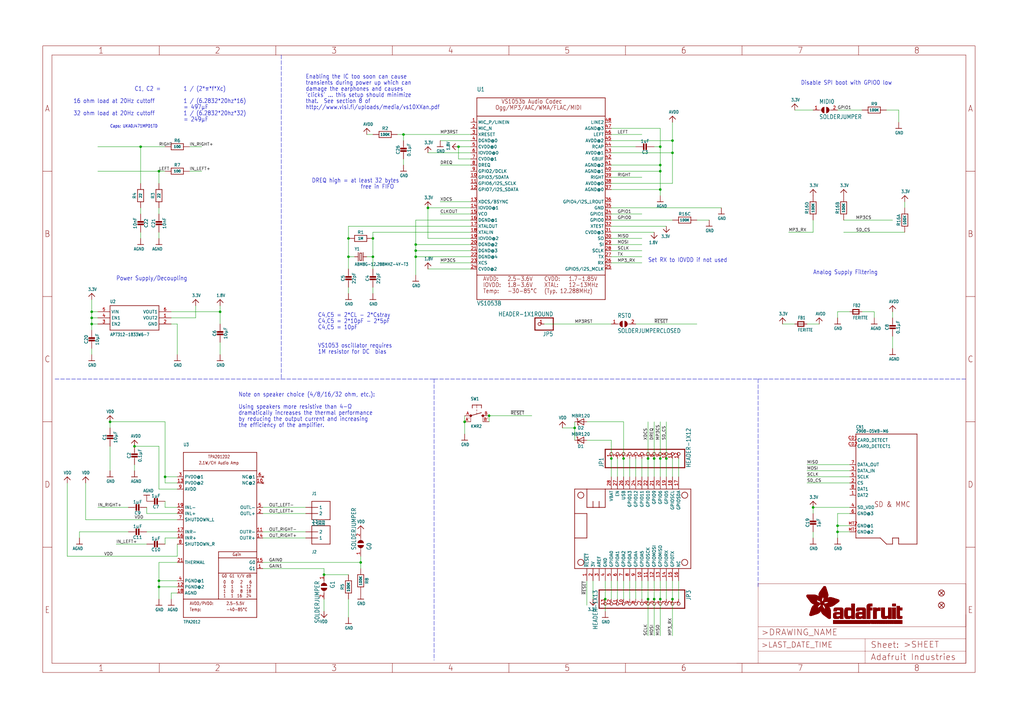
<source format=kicad_sch>
(kicad_sch (version 20211123) (generator eeschema)
  (paper "User" 425.45 299.161)
  (lib_symbols
    (symbol "eagleSchem-eagle-import:1.8V" (power)
      (property "Value" "1.8V" (at -1.524 1.016 0))
      (symbol "1.8V_1_0"
        (pin power_in line (at 0 -2.54 90) (length 2.54) (name "1.8V") (number "1"))
      )
    )
    (symbol "eagleSchem-eagle-import:3.3V" (power)
      (property "Value" "3.3V" (at -1.524 1.016 0))
      (symbol "3.3V_1_0"
        (pin power_in line (at 0 -2.54 90) (length 2.54) (name "3.3V") (number "1"))
      )
    )
    (symbol "eagleSchem-eagle-import:AGND" (power)
      (property "Value" "AGND" (at -1.524 -2.54 0))
      (symbol "AGND_1_0"
        (pin power_in line (at 0 2.54 270) (length 2.54) (name "AGND") (number "1"))
      )
    )
    (symbol "eagleSchem-eagle-import:AUDIOAMP_TPA2012D2"
      (property "Reference" "U" (at -15.24 33.02 0))
      (property "Value" "AUDIOAMP_TPA2012D2" (at -15.24 -40.64 0))
      (symbol "AUDIOAMP_TPA2012D2_1_0"
        (text "-40-85°C" (at 2.54 -35.56 0) (effects (font (size 1.27 1.0795)) (justify left bottom)))
        (text "0" (at 1.27 -26.035 0) (effects (font (size 1.27 1.0795)) (justify left bottom)))
        (text "0" (at 1.27 -24.13 0) (effects (font (size 1.27 1.0795)) (justify left bottom)))
        (text "0" (at 4.445 -27.94 0) (effects (font (size 1.27 1.0795)) (justify left bottom)))
        (text "0" (at 4.445 -24.13 0) (effects (font (size 1.27 1.0795)) (justify left bottom)))
        (text "1" (at 1.27 -29.845 0) (effects (font (size 1.27 1.0795)) (justify left bottom)))
        (text "1" (at 1.27 -27.94 0) (effects (font (size 1.27 1.0795)) (justify left bottom)))
        (text "1" (at 4.445 -29.845 0) (effects (font (size 1.27 1.0795)) (justify left bottom)))
        (text "1" (at 4.445 -26.035 0) (effects (font (size 1.27 1.0795)) (justify left bottom)))
        (text "12" (at 10.795 -26.035 0) (effects (font (size 1.27 1.0795)) (justify left bottom)))
        (text "16" (at 6.985 -29.845 0) (effects (font (size 1.27 1.0795)) (justify left bottom)))
        (text "18" (at 10.795 -27.94 0) (effects (font (size 1.27 1.0795)) (justify left bottom)))
        (text "2" (at 8.255 -24.13 0) (effects (font (size 1.27 1.0795)) (justify left bottom)))
        (text "2.1W/CH Audio Amp" (at -8.89 25.4 0) (effects (font (size 1.27 1.0795)) (justify left bottom)))
        (text "2.5-5.5V" (at 2.54 -33.02 0) (effects (font (size 1.27 1.0795)) (justify left bottom)))
        (text "24" (at 10.795 -29.845 0) (effects (font (size 1.27 1.0795)) (justify left bottom)))
        (text "4" (at 8.255 -26.035 0) (effects (font (size 1.27 1.0795)) (justify left bottom)))
        (text "6" (at 12.065 -24.13 0) (effects (font (size 1.27 1.0795)) (justify left bottom)))
        (text "8" (at 8.255 -27.94 0) (effects (font (size 1.27 1.0795)) (justify left bottom)))
        (text "AVDD/PVDD:" (at -12.7 -33.02 0) (effects (font (size 1.27 1.0795)) (justify left bottom)))
        (text "dB" (at 10.795 -21.59 0) (effects (font (size 1.27 1.0795)) (justify left bottom)))
        (text "G0" (at 0.635 -21.59 0) (effects (font (size 1.27 1.0795)) (justify left bottom)))
        (text "G1" (at 3.81 -21.59 0) (effects (font (size 1.27 1.0795)) (justify left bottom)))
        (text "Gain" (at 5.08 -12.7 0) (effects (font (size 1.27 1.0795)) (justify left bottom)))
        (text "Temp:" (at -12.7 -35.56 0) (effects (font (size 1.27 1.0795)) (justify left bottom)))
        (text "TPA2012D2" (at -5.08 27.94 0) (effects (font (size 1.27 1.0795)) (justify left bottom)))
        (text "V/V" (at 6.985 -21.59 0) (effects (font (size 1.27 1.0795)) (justify left bottom)))
        (pin input line (at 17.78 -17.78 180) (length 2.54) (name "G1") (number "1"))
        (pin no_connect line (at 17.78 17.78 180) (length 2.54) (name "NC@2") (number "10"))
        (pin output line (at 17.78 -2.54 180) (length 2.54) (name "OUTR-") (number "11"))
        (pin power_in line (at -17.78 -25.4 0) (length 2.54) (name "PGND@2") (number "12"))
        (pin power_in line (at -17.78 17.78 0) (length 2.54) (name "PVDD@2") (number "13"))
        (pin output line (at 17.78 -5.08 180) (length 2.54) (name "OUTR+") (number "14"))
        (pin input line (at 17.78 -15.24 180) (length 2.54) (name "G0") (number "15"))
        (pin input line (at -17.78 -5.08 0) (length 2.54) (name "INR+") (number "16"))
        (pin input line (at -17.78 -2.54 0) (length 2.54) (name "INR-") (number "17"))
        (pin power_in line (at -17.78 -27.94 0) (length 2.54) (name "AGND") (number "18"))
        (pin input line (at -17.78 7.62 0) (length 2.54) (name "INL-") (number "19"))
        (pin output line (at 17.78 5.08 180) (length 2.54) (name "OUTL+") (number "2"))
        (pin input line (at -17.78 5.08 0) (length 2.54) (name "INL+") (number "20"))
        (pin bidirectional line (at -17.78 -15.24 0) (length 2.54) (name "THERMAL") (number "21"))
        (pin power_in line (at -17.78 20.32 0) (length 2.54) (name "PVDD@1") (number "3"))
        (pin power_in line (at -17.78 -22.86 0) (length 2.54) (name "PGND@1") (number "4"))
        (pin output line (at 17.78 7.62 180) (length 2.54) (name "OUTL-") (number "5"))
        (pin no_connect line (at 17.78 20.32 180) (length 2.54) (name "NC@1") (number "6"))
        (pin input line (at -17.78 2.54 0) (length 2.54) (name "SHUTDOWN_L") (number "7"))
        (pin input line (at -17.78 -7.62 0) (length 2.54) (name "SHUTDOWN_R") (number "8"))
        (pin power_in line (at -17.78 15.24 0) (length 2.54) (name "AVDD") (number "9"))
      )
    )
    (symbol "eagleSchem-eagle-import:AVDD" (power)
      (property "Value" "AVDD" (at -1.524 1.016 0))
      (symbol "AVDD_1_0"
        (pin power_in line (at 0 -2.54 90) (length 2.54) (name "AVDD") (number "1"))
      )
    )
    (symbol "eagleSchem-eagle-import:CAP_CERAMIC0603_NO"
      (property "Reference" "C" (at -2.29 1.25 90))
      (property "Value" "CAP_CERAMIC0603_NO" (at 2.3 1.25 90))
      (symbol "CAP_CERAMIC0603_NO_1_0"
        (pin passive line (at 0 5.08 270) (length 2.54) (name "1") (number "1"))
        (pin passive line (at 0 -2.54 90) (length 2.54) (name "2") (number "2"))
      )
    )
    (symbol "eagleSchem-eagle-import:CAP_CERAMIC0805-NOOUTLINE"
      (property "Reference" "C" (at -2.29 1.25 90))
      (property "Value" "CAP_CERAMIC0805-NOOUTLINE" (at 2.3 1.25 90))
      (symbol "CAP_CERAMIC0805-NOOUTLINE_1_0"
        (pin passive line (at 0 5.08 270) (length 2.54) (name "1") (number "1"))
        (pin passive line (at 0 -2.54 90) (length 2.54) (name "2") (number "2"))
      )
    )
    (symbol "eagleSchem-eagle-import:CAP_CERAMIC_0805MP"
      (property "Reference" "C" (at -2.29 1.25 90))
      (property "Value" "CAP_CERAMIC_0805MP" (at 2.3 1.25 90))
      (symbol "CAP_CERAMIC_0805MP_1_0"
        (pin passive line (at 0 5.08 270) (length 2.54) (name "1") (number "1"))
        (pin passive line (at 0 -2.54 90) (length 2.54) (name "2") (number "2"))
      )
    )
    (symbol "eagleSchem-eagle-import:CRYSTAL3.2X2.5"
      (property "Reference" "Y" (at -2.54 2.54 0))
      (property "Value" "CRYSTAL3.2X2.5" (at -2.54 -3.81 0))
      (symbol "CRYSTAL3.2X2.5_1_0"
        (pin passive line (at -2.54 0 0) (length 0) (name "1") (number "1"))
        (pin passive line (at 2.54 0 180) (length 0) (name "2") (number "2"))
      )
    )
    (symbol "eagleSchem-eagle-import:DIODE-SCHOTTKYSOD-123"
      (property "Reference" "D" (at 0 2.54 0))
      (property "Value" "DIODE-SCHOTTKYSOD-123" (at 0 -2.5 0))
      (symbol "DIODE-SCHOTTKYSOD-123_1_0"
        (pin passive line (at -2.54 0 0) (length 2.54) (name "A") (number "A"))
        (pin passive line (at 2.54 0 180) (length 2.54) (name "C") (number "C"))
      )
    )
    (symbol "eagleSchem-eagle-import:FEATHERWING_NODIM"
      (symbol "FEATHERWING_NODIM_1_0"
        (pin input line (at 5.08 -5.08 90) (length 5.08) (name "~{RESET}") (number "1"))
        (pin bidirectional line (at 27.94 -5.08 90) (length 5.08) (name "GPIOA5") (number "10"))
        (pin bidirectional line (at 30.48 -5.08 90) (length 5.08) (name "GPIOSCK") (number "11"))
        (pin bidirectional line (at 33.02 -5.08 90) (length 5.08) (name "GPIOMOSI") (number "12"))
        (pin bidirectional line (at 35.56 -5.08 90) (length 5.08) (name "GPIOMISO") (number "13"))
        (pin bidirectional line (at 38.1 -5.08 90) (length 5.08) (name "GPIORX") (number "14"))
        (pin bidirectional line (at 40.64 -5.08 90) (length 5.08) (name "GPIOTX") (number "15"))
        (pin passive line (at 43.18 -5.08 90) (length 5.08) (name "NC") (number "16"))
        (pin bidirectional line (at 43.18 38.1 270) (length 5.08) (name "GPIOSDA") (number "17"))
        (pin bidirectional line (at 40.64 38.1 270) (length 5.08) (name "GPIOSCL") (number "18"))
        (pin bidirectional line (at 38.1 38.1 270) (length 5.08) (name "GPIO5") (number "19"))
        (pin power_in line (at 7.62 -5.08 90) (length 5.08) (name "3V") (number "2"))
        (pin bidirectional line (at 35.56 38.1 270) (length 5.08) (name "GPIO6") (number "20"))
        (pin bidirectional line (at 33.02 38.1 270) (length 5.08) (name "GPIO9") (number "21"))
        (pin bidirectional line (at 30.48 38.1 270) (length 5.08) (name "GPIO10") (number "22"))
        (pin bidirectional line (at 27.94 38.1 270) (length 5.08) (name "GPIO11") (number "23"))
        (pin bidirectional line (at 25.4 38.1 270) (length 5.08) (name "GPIO12") (number "24"))
        (pin bidirectional line (at 22.86 38.1 270) (length 5.08) (name "GPIO13") (number "25"))
        (pin power_in line (at 20.32 38.1 270) (length 5.08) (name "USB") (number "26"))
        (pin passive line (at 17.78 38.1 270) (length 5.08) (name "EN") (number "27"))
        (pin power_in line (at 15.24 38.1 270) (length 5.08) (name "VBAT") (number "28"))
        (pin passive line (at 10.16 -5.08 90) (length 5.08) (name "AREF") (number "3"))
        (pin power_in line (at 12.7 -5.08 90) (length 5.08) (name "GND") (number "4"))
        (pin bidirectional line (at 15.24 -5.08 90) (length 5.08) (name "GPIOA0") (number "5"))
        (pin bidirectional line (at 17.78 -5.08 90) (length 5.08) (name "GPIOA1") (number "6"))
        (pin bidirectional line (at 20.32 -5.08 90) (length 5.08) (name "GPIOA2") (number "7"))
        (pin bidirectional line (at 22.86 -5.08 90) (length 5.08) (name "GPIOA3") (number "8"))
        (pin bidirectional line (at 25.4 -5.08 90) (length 5.08) (name "GPIOA4") (number "9"))
      )
    )
    (symbol "eagleSchem-eagle-import:FERRITE-0805NO"
      (property "Reference" "FB" (at -1.27 1.905 0))
      (property "Value" "FERRITE-0805NO" (at -1.27 -3.175 0))
      (symbol "FERRITE-0805NO_1_0"
        (pin passive line (at -2.54 0 0) (length 2.54) (name "P$1") (number "1"))
        (pin passive line (at 2.54 0 180) (length 2.54) (name "P$2") (number "2"))
      )
    )
    (symbol "eagleSchem-eagle-import:FIDUCIAL{dblquote}{dblquote}")
    (symbol "eagleSchem-eagle-import:FRAME_A3_ADAFRUIT"
      (symbol "FRAME_A3_ADAFRUIT_0_0"
        (text "1" (at 24.2094 1.905 0) (effects (font (size 2.54 2.286))))
        (text "1" (at 24.2094 258.445 0) (effects (font (size 2.54 2.286))))
        (text "2" (at 72.6281 1.905 0) (effects (font (size 2.54 2.286))))
        (text "2" (at 72.6281 258.445 0) (effects (font (size 2.54 2.286))))
        (text "3" (at 121.0469 1.905 0) (effects (font (size 2.54 2.286))))
        (text "3" (at 121.0469 258.445 0) (effects (font (size 2.54 2.286))))
        (text "4" (at 169.4656 1.905 0) (effects (font (size 2.54 2.286))))
        (text "4" (at 169.4656 258.445 0) (effects (font (size 2.54 2.286))))
        (text "5" (at 217.8844 1.905 0) (effects (font (size 2.54 2.286))))
        (text "5" (at 217.8844 258.445 0) (effects (font (size 2.54 2.286))))
        (text "6" (at 266.3031 1.905 0) (effects (font (size 2.54 2.286))))
        (text "6" (at 266.3031 258.445 0) (effects (font (size 2.54 2.286))))
        (text "7" (at 314.7219 1.905 0) (effects (font (size 2.54 2.286))))
        (text "7" (at 314.7219 258.445 0) (effects (font (size 2.54 2.286))))
        (text "8" (at 363.1406 1.905 0) (effects (font (size 2.54 2.286))))
        (text "8" (at 363.1406 258.445 0) (effects (font (size 2.54 2.286))))
        (text "A" (at 1.905 234.315 0) (effects (font (size 2.54 2.286))))
        (text "A" (at 385.445 234.315 0) (effects (font (size 2.54 2.286))))
        (text "B" (at 1.905 182.245 0) (effects (font (size 2.54 2.286))))
        (text "B" (at 385.445 182.245 0) (effects (font (size 2.54 2.286))))
        (text "C" (at 1.905 130.175 0) (effects (font (size 2.54 2.286))))
        (text "C" (at 385.445 130.175 0) (effects (font (size 2.54 2.286))))
        (text "D" (at 1.905 78.105 0) (effects (font (size 2.54 2.286))))
        (text "D" (at 385.445 78.105 0) (effects (font (size 2.54 2.286))))
        (text "E" (at 1.905 26.035 0) (effects (font (size 2.54 2.286))))
        (text "E" (at 385.445 26.035 0) (effects (font (size 2.54 2.286))))
      )
      (symbol "FRAME_A3_ADAFRUIT_1_0"
        (text ">DRAWING_NAME" (at 298.45 15.24 0) (effects (font (size 2.54 2.54)) (justify left bottom)))
        (text ">LAST_DATE_TIME" (at 298.45 10.16 0) (effects (font (size 2.286 2.286)) (justify left bottom)))
        (text ">SHEET" (at 357.505 10.16 0) (effects (font (size 2.54 2.54)) (justify left bottom)))
        (text "Adafruit Industries" (at 343.916 4.953 0) (effects (font (size 2.54 2.54)) (justify left bottom)))
        (text "Sheet:" (at 343.916 10.033 0) (effects (font (size 2.54 2.54)) (justify left bottom)))
      )
    )
    (symbol "eagleSchem-eagle-import:GND" (power)
      (property "Value" "GND" (at -1.524 -2.54 0))
      (symbol "GND_1_0"
        (pin power_in line (at 0 2.54 270) (length 2.54) (name "GND") (number "1"))
      )
    )
    (symbol "eagleSchem-eagle-import:HEADER-1X12"
      (property "Reference" "JP" (at -6.35 18.415 0))
      (property "Value" "HEADER-1X12" (at -6.35 -17.78 0))
      (symbol "HEADER-1X12_1_0"
        (pin passive inverted (at -2.54 15.24 0) (length 2.54) (name "1") (number "1"))
        (pin passive inverted (at -2.54 -7.62 0) (length 2.54) (name "10") (number "10"))
        (pin passive inverted (at -2.54 -10.16 0) (length 2.54) (name "11") (number "11"))
        (pin passive inverted (at -2.54 -12.7 0) (length 2.54) (name "12") (number "12"))
        (pin passive inverted (at -2.54 12.7 0) (length 2.54) (name "2") (number "2"))
        (pin passive inverted (at -2.54 10.16 0) (length 2.54) (name "3") (number "3"))
        (pin passive inverted (at -2.54 7.62 0) (length 2.54) (name "4") (number "4"))
        (pin passive inverted (at -2.54 5.08 0) (length 2.54) (name "5") (number "5"))
        (pin passive inverted (at -2.54 2.54 0) (length 2.54) (name "6") (number "6"))
        (pin passive inverted (at -2.54 0 0) (length 2.54) (name "7") (number "7"))
        (pin passive inverted (at -2.54 -2.54 0) (length 2.54) (name "8") (number "8"))
        (pin passive inverted (at -2.54 -5.08 0) (length 2.54) (name "9") (number "9"))
      )
    )
    (symbol "eagleSchem-eagle-import:HEADER-1X13"
      (property "Reference" "JP" (at -6.35 18.415 0))
      (property "Value" "HEADER-1X13" (at -6.35 -20.32 0))
      (symbol "HEADER-1X13_1_0"
        (pin passive inverted (at -2.54 15.24 0) (length 2.54) (name "1") (number "1"))
        (pin passive inverted (at -2.54 -7.62 0) (length 2.54) (name "10") (number "10"))
        (pin passive inverted (at -2.54 -10.16 0) (length 2.54) (name "11") (number "11"))
        (pin passive inverted (at -2.54 -12.7 0) (length 2.54) (name "12") (number "12"))
        (pin passive inverted (at -2.54 -15.24 0) (length 2.54) (name "13") (number "13"))
        (pin passive inverted (at -2.54 12.7 0) (length 2.54) (name "2") (number "2"))
        (pin passive inverted (at -2.54 10.16 0) (length 2.54) (name "3") (number "3"))
        (pin passive inverted (at -2.54 7.62 0) (length 2.54) (name "4") (number "4"))
        (pin passive inverted (at -2.54 5.08 0) (length 2.54) (name "5") (number "5"))
        (pin passive inverted (at -2.54 2.54 0) (length 2.54) (name "6") (number "6"))
        (pin passive inverted (at -2.54 0 0) (length 2.54) (name "7") (number "7"))
        (pin passive inverted (at -2.54 -2.54 0) (length 2.54) (name "8") (number "8"))
        (pin passive inverted (at -2.54 -5.08 0) (length 2.54) (name "9") (number "9"))
      )
    )
    (symbol "eagleSchem-eagle-import:HEADER-1X1ROUND"
      (property "Reference" "JP" (at -6.35 3.175 0))
      (property "Value" "HEADER-1X1ROUND" (at -6.35 -5.08 0))
      (symbol "HEADER-1X1ROUND_1_0"
        (pin passive inverted (at -2.54 0 0) (length 2.54) (name "1") (number "1"))
      )
    )
    (symbol "eagleSchem-eagle-import:MICROSD"
      (property "Reference" "X" (at -12.7 22.606 0))
      (property "Value" "MICROSD" (at -12.7 20.828 0))
      (symbol "MICROSD_1_0"
        (text "SD & MMC" (at -5.08 -10.16 0) (effects (font (size 2.1844 1.8567)) (justify left bottom)))
        (pin bidirectional line (at -15.24 -5.08 0) (length 2.54) (name "DAT2") (number "1"))
        (pin input line (at -15.24 0 0) (length 2.54) (name "CS") (number "2"))
        (pin input line (at -15.24 5.08 0) (length 2.54) (name "DATA_IN") (number "3"))
        (pin power_in line (at -15.24 -10.16 0) (length 2.54) (name "SD_VDD") (number "4"))
        (pin input line (at -15.24 2.54 0) (length 2.54) (name "SCLK") (number "5"))
        (pin power_in line (at -15.24 -12.7 0) (length 2.54) (name "GND@3") (number "6"))
        (pin output line (at -15.24 7.62 0) (length 2.54) (name "DATA_OUT") (number "7"))
        (pin bidirectional line (at -15.24 -2.54 0) (length 2.54) (name "DAT1") (number "8"))
        (pin passive line (at -15.24 17.78 0) (length 2.54) (name "CARD_DETECT") (number "CD1"))
        (pin passive line (at -15.24 15.24 0) (length 2.54) (name "CARD_DETECT1") (number "CD2"))
        (pin power_in line (at -15.24 -20.32 0) (length 2.54) (name "GND@2") (number "MT1"))
        (pin power_in line (at -15.24 -17.78 0) (length 2.54) (name "GND@1") (number "MT2"))
      )
    )
    (symbol "eagleSchem-eagle-import:RESISTOR_0603MP"
      (property "Reference" "R" (at 0 2.54 0))
      (property "Value" "RESISTOR_0603MP" (at 0 0 0))
      (symbol "RESISTOR_0603MP_1_0"
        (pin passive line (at -5.08 0 0) (length 2.54) (name "1") (number "1"))
        (pin passive line (at 5.08 0 180) (length 2.54) (name "2") (number "2"))
      )
    )
    (symbol "eagleSchem-eagle-import:RESISTOR_0603_NOOUT"
      (property "Reference" "R" (at 0 2.54 0))
      (property "Value" "RESISTOR_0603_NOOUT" (at 0 0 0))
      (symbol "RESISTOR_0603_NOOUT_1_0"
        (pin passive line (at -5.08 0 0) (length 2.54) (name "1") (number "1"))
        (pin passive line (at 5.08 0 180) (length 2.54) (name "2") (number "2"))
      )
    )
    (symbol "eagleSchem-eagle-import:RESISTOR_4PACK"
      (property "Reference" "R" (at 0 2.54 0))
      (property "Value" "RESISTOR_4PACK" (at 0 0 0))
      (symbol "RESISTOR_4PACK_1_0"
        (pin passive line (at -5.08 0 0) (length 2.54) (name "1") (number "1"))
        (pin passive line (at 5.08 0 180) (length 2.54) (name "2") (number "8"))
      )
      (symbol "RESISTOR_4PACK_2_0"
        (pin passive line (at -5.08 0 0) (length 2.54) (name "1") (number "2"))
        (pin passive line (at 5.08 0 180) (length 2.54) (name "2") (number "7"))
      )
      (symbol "RESISTOR_4PACK_3_0"
        (pin passive line (at -5.08 0 0) (length 2.54) (name "1") (number "3"))
        (pin passive line (at 5.08 0 180) (length 2.54) (name "2") (number "6"))
      )
      (symbol "RESISTOR_4PACK_4_0"
        (pin passive line (at -5.08 0 0) (length 2.54) (name "1") (number "4"))
        (pin passive line (at 5.08 0 180) (length 2.54) (name "2") (number "5"))
      )
    )
    (symbol "eagleSchem-eagle-import:SOLDERJUMPER"
      (property "Reference" "SJ" (at -2.54 2.54 0))
      (property "Value" "SOLDERJUMPER" (at -2.54 -3.81 0))
      (symbol "SOLDERJUMPER_1_0"
        (pin passive line (at -5.08 0 0) (length 2.54) (name "1") (number "1"))
        (pin passive line (at 5.08 0 180) (length 2.54) (name "2") (number "2"))
      )
    )
    (symbol "eagleSchem-eagle-import:SOLDERJUMPERCLOSED"
      (property "Reference" "SJ" (at -2.54 2.54 0))
      (property "Value" "SOLDERJUMPERCLOSED" (at -2.54 -3.81 0))
      (symbol "SOLDERJUMPERCLOSED_1_0"
        (pin passive line (at -5.08 0 0) (length 2.54) (name "1") (number "1"))
        (pin passive line (at 5.08 0 180) (length 2.54) (name "2") (number "2"))
      )
    )
    (symbol "eagleSchem-eagle-import:SWITCH_TACT_SMT4.6X2.8"
      (property "Reference" "SW" (at -2.54 6.35 0))
      (property "Value" "SWITCH_TACT_SMT4.6X2.8" (at -2.54 -5.08 0))
      (symbol "SWITCH_TACT_SMT4.6X2.8_1_0"
        (pin passive line (at -5.08 0 0) (length 2.54) (name "P") (number "A"))
        (pin passive line (at -5.08 -2.54 0) (length 2.54) (name "P1") (number "A'"))
        (pin passive line (at 5.08 0 180) (length 2.54) (name "S") (number "B"))
        (pin passive line (at 5.08 -2.54 180) (length 2.54) (name "S1") (number "B'"))
      )
    )
    (symbol "eagleSchem-eagle-import:TERMBLOCK_1X2"
      (property "Reference" "X" (at -2.54 7.62 0))
      (property "Value" "TERMBLOCK_1X2" (at -2.54 -5.08 0))
      (symbol "TERMBLOCK_1X2_1_0"
        (pin passive line (at -5.08 2.54 0) (length 5.08) (name "1") (number "1"))
        (pin passive line (at -5.08 0 0) (length 5.08) (name "2") (number "2"))
      )
    )
    (symbol "eagleSchem-eagle-import:VDD" (power)
      (property "Value" "VDD" (at -1.524 1.016 0))
      (symbol "VDD_1_0"
        (pin power_in line (at 0 -2.54 90) (length 2.54) (name "VDD") (number "1"))
      )
    )
    (symbol "eagleSchem-eagle-import:VREG_SOT23-6_DUALAP7312"
      (property "Reference" "U" (at -10.16 6.096 0))
      (property "Value" "VREG_SOT23-6_DUALAP7312" (at -10.16 -7.62 0))
      (symbol "VREG_SOT23-6_DUALAP7312_1_0"
        (pin bidirectional line (at 15.24 0 180) (length 5.08) (name "VOUT2") (number "1"))
        (pin bidirectional line (at 15.24 -2.54 180) (length 5.08) (name "GND") (number "2"))
        (pin bidirectional line (at -15.24 -2.54 0) (length 5.08) (name "EN2") (number "3"))
        (pin bidirectional line (at -15.24 0 0) (length 5.08) (name "EN1") (number "4"))
        (pin bidirectional line (at -15.24 2.54 0) (length 5.08) (name "VIN") (number "5"))
        (pin bidirectional line (at 15.24 2.54 180) (length 5.08) (name "VOUT1") (number "6"))
      )
    )
    (symbol "eagleSchem-eagle-import:VS1053B"
      (property "Reference" "U" (at -25.4 43.18 0))
      (property "Value" "VS1053B" (at -25.4 -45.72 0))
      (symbol "VS1053B_1_0"
        (text "(Typ. 12.288MHz)" (at 2.54 -40.64 0) (effects (font (size 1.778 1.5113)) (justify left bottom)))
        (text "-30-85°C" (at -12.7 -40.64 0) (effects (font (size 1.778 1.5113)) (justify left bottom)))
        (text "1.7-1.85V" (at 12.7 -35.56 0) (effects (font (size 1.778 1.5113)) (justify left bottom)))
        (text "1.8-3.6V" (at -12.7 -38.1 0) (effects (font (size 1.778 1.5113)) (justify left bottom)))
        (text "12-13MHz" (at 12.7 -38.1 0) (effects (font (size 1.778 1.5113)) (justify left bottom)))
        (text "2.5-3.6V" (at -12.7 -35.56 0) (effects (font (size 1.778 1.5113)) (justify left bottom)))
        (text "AVDD:" (at -22.86 -35.56 0) (effects (font (size 1.778 1.5113)) (justify left bottom)))
        (text "CVDD:" (at 2.54 -35.56 0) (effects (font (size 1.778 1.5113)) (justify left bottom)))
        (text "IOVDD:" (at -22.86 -38.1 0) (effects (font (size 1.778 1.5113)) (justify left bottom)))
        (text "Ogg/MP3/AAC/WMA/FLAC/MIDI" (at -17.78 35.56 0) (effects (font (size 1.778 1.5113)) (justify left bottom)))
        (text "Temp:" (at -22.86 -40.64 0) (effects (font (size 1.778 1.5113)) (justify left bottom)))
        (text "VS1053b Audio Codec" (at -15.24 38.1 0) (effects (font (size 1.778 1.5113)) (justify left bottom)))
        (text "XTAL:" (at 2.54 -38.1 0) (effects (font (size 1.778 1.5113)) (justify left bottom)))
        (pin bidirectional line (at -27.94 30.48 0) (length 2.54) (name "MIC_P/LINEIN") (number "1"))
        (pin bidirectional line (at -27.94 7.62 0) (length 2.54) (name "GPIO3/SDATA") (number "10"))
        (pin bidirectional line (at -27.94 5.08 0) (length 2.54) (name "GPIO6/I2S_SCLK") (number "11"))
        (pin bidirectional line (at -27.94 2.54 0) (length 2.54) (name "GPIO7/I2S_SDATA") (number "12"))
        (pin bidirectional line (at -27.94 -2.54 0) (length 2.54) (name "XDCS/BSYNC") (number "13"))
        (pin power_in line (at -27.94 -5.08 0) (length 2.54) (name "IOVDD@1") (number "14"))
        (pin bidirectional line (at -27.94 -7.62 0) (length 2.54) (name "VCO") (number "15"))
        (pin power_in line (at -27.94 -10.16 0) (length 2.54) (name "DGND@1") (number "16"))
        (pin output line (at -27.94 -12.7 0) (length 2.54) (name "XTALOUT") (number "17"))
        (pin input line (at -27.94 -15.24 0) (length 2.54) (name "XTALIN") (number "18"))
        (pin power_in line (at -27.94 -17.78 0) (length 2.54) (name "IOVDD@2") (number "19"))
        (pin bidirectional line (at -27.94 27.94 0) (length 2.54) (name "MIC_N") (number "2"))
        (pin power_in line (at -27.94 -20.32 0) (length 2.54) (name "DGND@2") (number "20"))
        (pin power_in line (at -27.94 -22.86 0) (length 2.54) (name "DGND@3") (number "21"))
        (pin power_in line (at -27.94 -25.4 0) (length 2.54) (name "DGND@4") (number "22"))
        (pin bidirectional line (at -27.94 -27.94 0) (length 2.54) (name "XCS") (number "23"))
        (pin power_in line (at -27.94 -30.48 0) (length 2.54) (name "CVDD@2") (number "24"))
        (pin bidirectional line (at 30.48 -30.48 180) (length 2.54) (name "GPIO5/I2S_MCLK") (number "25"))
        (pin bidirectional line (at 30.48 -27.94 180) (length 2.54) (name "RX") (number "26"))
        (pin bidirectional line (at 30.48 -25.4 180) (length 2.54) (name "TX") (number "27"))
        (pin bidirectional line (at 30.48 -22.86 180) (length 2.54) (name "SCLK") (number "28"))
        (pin bidirectional line (at 30.48 -20.32 180) (length 2.54) (name "SI") (number "29"))
        (pin bidirectional line (at -27.94 25.4 0) (length 2.54) (name "XRESET") (number "3"))
        (pin bidirectional line (at 30.48 -17.78 180) (length 2.54) (name "SO") (number "30"))
        (pin power_in line (at 30.48 -15.24 180) (length 2.54) (name "CVDD@3") (number "31"))
        (pin bidirectional line (at 30.48 -12.7 180) (length 2.54) (name "XTEST") (number "32"))
        (pin bidirectional line (at 30.48 -10.16 180) (length 2.54) (name "GPIO0") (number "33"))
        (pin bidirectional line (at 30.48 -7.62 180) (length 2.54) (name "GPIO1") (number "34"))
        (pin power_in line (at 30.48 -5.08 180) (length 2.54) (name "GND") (number "35"))
        (pin bidirectional line (at 30.48 -2.54 180) (length 2.54) (name "GPIO4/I2S_LROUT") (number "36"))
        (pin power_in line (at 30.48 2.54 180) (length 2.54) (name "AGND@0") (number "37"))
        (pin power_in line (at 30.48 5.08 180) (length 2.54) (name "AVDD@0") (number "38"))
        (pin bidirectional line (at 30.48 7.62 180) (length 2.54) (name "RIGHT") (number "39"))
        (pin power_in line (at -27.94 22.86 0) (length 2.54) (name "DGND@0") (number "4"))
        (pin power_in line (at 30.48 10.16 180) (length 2.54) (name "AGND@1") (number "40"))
        (pin power_in line (at 30.48 12.7 180) (length 2.54) (name "AGND@2") (number "41"))
        (pin bidirectional line (at 30.48 15.24 180) (length 2.54) (name "GBUF") (number "42"))
        (pin power_in line (at 30.48 17.78 180) (length 2.54) (name "AVDD@1") (number "43"))
        (pin bidirectional line (at 30.48 20.32 180) (length 2.54) (name "RCAP") (number "44"))
        (pin power_in line (at 30.48 22.86 180) (length 2.54) (name "AVDD@2") (number "45"))
        (pin bidirectional line (at 30.48 25.4 180) (length 2.54) (name "LEFT") (number "46"))
        (pin power_in line (at 30.48 27.94 180) (length 2.54) (name "AGND@3") (number "47"))
        (pin bidirectional line (at 30.48 30.48 180) (length 2.54) (name "LINE2") (number "48"))
        (pin power_in line (at -27.94 20.32 0) (length 2.54) (name "CVDD@0") (number "5"))
        (pin power_in line (at -27.94 17.78 0) (length 2.54) (name "IOVDD@0") (number "6"))
        (pin power_in line (at -27.94 15.24 0) (length 2.54) (name "CVDD@1") (number "7"))
        (pin bidirectional line (at -27.94 12.7 0) (length 2.54) (name "DREQ") (number "8"))
        (pin bidirectional line (at -27.94 10.16 0) (length 2.54) (name "GPIO2/DCLK") (number "9"))
      )
    )
  )
  (junction (at 134.62 238.76))
  (junction (at 58.42 60.96))
  (junction (at 172.72 104.14))
  (junction (at 274.32 71.12))
  (junction (at 144.78 99.06))
  (junction (at 154.94 106.68))
  (junction (at 154.94 99.06))
  (junction (at 274.32 190.5))
  (junction (at 68.58 198.12))
  (junction (at 259.08 190.5))
  (junction (at 55.88 185.42))
  (junction (at 269.24 190.5))
  (junction (at 66.04 243.84))
  (junction (at 149.86 233.68))
  (junction (at 279.4 58.42))
  (junction (at 276.86 190.5))
  (junction (at 347.98 218.44))
  (junction (at 167.64 55.88))
  (junction (at 203.2 172.72))
  (junction (at 254 190.5))
  (junction (at 66.04 241.3))
  (junction (at 251.46 248.92))
  (junction (at 38.1 134.62))
  (junction (at 38.1 132.08))
  (junction (at 66.04 71.12))
  (junction (at 347.98 220.98))
  (junction (at 177.8 86.36))
  (junction (at 91.44 129.54))
  (junction (at 279.4 63.5))
  (junction (at 274.32 248.92))
  (junction (at 269.24 248.92))
  (junction (at 38.1 129.54))
  (junction (at 172.72 101.6))
  (junction (at 45.72 175.26))
  (junction (at 172.72 106.68))
  (junction (at 238.76 177.8))
  (junction (at 271.78 190.5))
  (junction (at 144.78 106.68))
  (junction (at 193.04 175.26))
  (junction (at 337.82 210.82))
  (junction (at 190.5 60.96))
  (junction (at 274.32 60.96))
  (junction (at 279.4 248.92))
  (junction (at 274.32 68.58))
  (junction (at 271.78 248.92))
  (junction (at 274.32 78.74))
  (wire (pts (xy 58.42 60.96) (xy 40.64 60.96)))
  (wire (pts (xy 274.32 71.12) (xy 274.32 78.74)))
  (wire (pts (xy 91.44 129.54) (xy 91.44 134.62)))
  (wire (pts (xy 327.66 96.52) (xy 337.82 96.52)))
  (wire (pts (xy 60.96 226.06) (xy 48.26 226.06)))
  (wire (pts (xy 193.04 172.72) (xy 193.04 175.26)))
  (wire (pts (xy 271.78 264.16) (xy 271.78 248.92)))
  (wire (pts (xy 53.34 210.82) (xy 40.64 210.82)))
  (wire (pts (xy 254 182.88) (xy 254 190.5)))
  (wire (pts (xy 195.58 88.9) (xy 182.88 88.9)))
  (wire (pts (xy 264.16 60.96) (xy 254 60.96)))
  (wire (pts (xy 73.66 200.66) (xy 68.58 200.66)))
  (wire (pts (xy 254 104.14) (xy 266.7 104.14)))
  (wire (pts (xy 193.04 175.26) (xy 193.04 180.34)))
  (wire (pts (xy 190.5 66.04) (xy 190.5 60.96)))
  (wire (pts (xy 254 134.62) (xy 226.06 134.62)))
  (wire (pts (xy 55.88 193.04) (xy 55.88 195.58)))
  (wire (pts (xy 71.12 246.38) (xy 71.12 248.92)))
  (wire (pts (xy 243.84 241.3) (xy 243.84 251.46)))
  (wire (pts (xy 73.66 246.38) (xy 71.12 246.38)))
  (wire (pts (xy 68.58 210.82) (xy 68.58 208.28)))
  (wire (pts (xy 195.58 83.82) (xy 182.88 83.82)))
  (wire (pts (xy 45.72 185.42) (xy 45.72 195.58)))
  (wire (pts (xy 73.66 226.06) (xy 73.66 231.14)))
  (wire (pts (xy 276.86 190.5) (xy 276.86 198.12)))
  (wire (pts (xy 274.32 248.92) (xy 274.32 241.3)))
  (wire (pts (xy 264.16 190.5) (xy 264.16 198.12)))
  (wire (pts (xy 60.96 210.82) (xy 60.96 213.36)))
  (wire (pts (xy 172.72 106.68) (xy 172.72 114.3)))
  (wire (pts (xy 81.28 132.08) (xy 81.28 127)))
  (wire (pts (xy 40.64 132.08) (xy 38.1 132.08)))
  (wire (pts (xy 347.98 129.54) (xy 353.06 129.54)))
  (wire (pts (xy 195.58 101.6) (xy 172.72 101.6)))
  (wire (pts (xy 256.54 190.5) (xy 256.54 198.12)))
  (wire (pts (xy 279.4 63.5) (xy 279.4 76.2)))
  (wire (pts (xy 266.7 190.5) (xy 266.7 198.12)))
  (wire (pts (xy 254 58.42) (xy 279.4 58.42)))
  (wire (pts (xy 68.58 200.66) (xy 68.58 198.12)))
  (wire (pts (xy 274.32 53.34) (xy 274.32 60.96)))
  (wire (pts (xy 254 106.68) (xy 266.7 106.68)))
  (wire (pts (xy 254 73.66) (xy 266.7 73.66)))
  (wire (pts (xy 375.92 86.36) (xy 375.92 83.82)))
  (wire (pts (xy 254 71.12) (xy 274.32 71.12)))
  (wire (pts (xy 68.58 198.12) (xy 68.58 175.26)))
  (wire (pts (xy 172.72 91.44) (xy 172.72 101.6)))
  (wire (pts (xy 335.28 134.62) (xy 340.36 134.62)))
  (wire (pts (xy 27.94 231.14) (xy 27.94 200.66)))
  (wire (pts (xy 259.08 248.92) (xy 259.08 241.3)))
  (wire (pts (xy 144.78 256.54) (xy 144.78 248.92)))
  (wire (pts (xy 109.22 210.82) (xy 127 210.82)))
  (wire (pts (xy 73.66 215.9) (xy 35.56 215.9)))
  (wire (pts (xy 73.66 243.84) (xy 66.04 243.84)))
  (wire (pts (xy 254 190.5) (xy 254 198.12)))
  (wire (pts (xy 134.62 254) (xy 134.62 248.92)))
  (wire (pts (xy 370.84 91.44) (xy 350.52 91.44)))
  (wire (pts (xy 78.74 71.12) (xy 83.82 71.12)))
  (wire (pts (xy 353.06 200.66) (xy 335.28 200.66)))
  (polyline (pts (xy 314.96 157.48) (xy 401.32 157.48)))
  (wire (pts (xy 73.66 198.12) (xy 68.58 198.12)))
  (wire (pts (xy 154.94 119.38) (xy 154.94 121.92)))
  (wire (pts (xy 177.8 99.06) (xy 177.8 86.36)))
  (wire (pts (xy 254 86.36) (xy 299.72 86.36)))
  (wire (pts (xy 195.58 93.98) (xy 144.78 93.98)))
  (wire (pts (xy 269.24 248.92) (xy 269.24 241.3)))
  (wire (pts (xy 251.46 248.92) (xy 251.46 241.3)))
  (wire (pts (xy 53.34 220.98) (xy 33.02 220.98)))
  (wire (pts (xy 144.78 119.38) (xy 144.78 121.92)))
  (wire (pts (xy 40.64 134.62) (xy 38.1 134.62)))
  (polyline (pts (xy 314.96 157.48) (xy 314.96 243.84)))
  (wire (pts (xy 73.66 210.82) (xy 68.58 210.82)))
  (wire (pts (xy 73.66 231.14) (xy 27.94 231.14)))
  (wire (pts (xy 144.78 93.98) (xy 144.78 99.06)))
  (wire (pts (xy 243.84 175.26) (xy 259.08 175.26)))
  (wire (pts (xy 279.4 248.92) (xy 279.4 241.3)))
  (wire (pts (xy 203.2 172.72) (xy 203.2 175.26)))
  (wire (pts (xy 254 68.58) (xy 274.32 68.58)))
  (polyline (pts (xy 22.86 157.48) (xy 116.84 157.48)))
  (wire (pts (xy 353.06 195.58) (xy 335.28 195.58)))
  (wire (pts (xy 91.44 129.54) (xy 91.44 127)))
  (wire (pts (xy 254 96.52) (xy 271.78 96.52)))
  (wire (pts (xy 134.62 236.22) (xy 134.62 238.76)))
  (wire (pts (xy 347.98 213.36) (xy 347.98 218.44)))
  (wire (pts (xy 109.22 220.98) (xy 127 220.98)))
  (wire (pts (xy 243.84 182.88) (xy 254 182.88)))
  (wire (pts (xy 246.38 248.92) (xy 246.38 241.3)))
  (wire (pts (xy 347.98 45.72) (xy 358.14 45.72)))
  (wire (pts (xy 109.22 236.22) (xy 134.62 236.22)))
  (wire (pts (xy 294.64 91.44) (xy 289.56 91.44)))
  (wire (pts (xy 264.16 248.92) (xy 264.16 241.3)))
  (wire (pts (xy 274.32 68.58) (xy 274.32 71.12)))
  (wire (pts (xy 254 93.98) (xy 276.86 93.98)))
  (wire (pts (xy 271.78 248.92) (xy 271.78 241.3)))
  (wire (pts (xy 254 53.34) (xy 274.32 53.34)))
  (wire (pts (xy 71.12 134.62) (xy 73.66 134.62)))
  (wire (pts (xy 281.94 190.5) (xy 281.94 198.12)))
  (wire (pts (xy 154.94 96.52) (xy 154.94 99.06)))
  (wire (pts (xy 38.1 144.78) (xy 38.1 147.32)))
  (wire (pts (xy 78.74 60.96) (xy 83.82 60.96)))
  (wire (pts (xy 256.54 248.92) (xy 256.54 241.3)))
  (wire (pts (xy 271.78 175.26) (xy 271.78 190.5)))
  (wire (pts (xy 35.56 215.9) (xy 35.56 200.66)))
  (wire (pts (xy 251.46 254) (xy 251.46 248.92)))
  (wire (pts (xy 254 109.22) (xy 266.7 109.22)))
  (wire (pts (xy 266.7 248.92) (xy 266.7 241.3)))
  (wire (pts (xy 195.58 109.22) (xy 182.88 109.22)))
  (wire (pts (xy 269.24 190.5) (xy 269.24 175.26)))
  (wire (pts (xy 147.32 106.68) (xy 144.78 106.68)))
  (wire (pts (xy 195.58 104.14) (xy 172.72 104.14)))
  (wire (pts (xy 195.58 58.42) (xy 182.88 58.42)))
  (wire (pts (xy 91.44 142.24) (xy 91.44 147.32)))
  (wire (pts (xy 68.58 71.12) (xy 66.04 71.12)))
  (wire (pts (xy 353.06 198.12) (xy 335.28 198.12)))
  (wire (pts (xy 144.78 238.76) (xy 134.62 238.76)))
  (wire (pts (xy 254 101.6) (xy 266.7 101.6)))
  (wire (pts (xy 325.12 134.62) (xy 330.2 134.62)))
  (wire (pts (xy 152.4 106.68) (xy 154.94 106.68)))
  (wire (pts (xy 109.22 233.68) (xy 149.86 233.68)))
  (wire (pts (xy 38.1 132.08) (xy 38.1 129.54)))
  (wire (pts (xy 375.92 96.52) (xy 350.52 96.52)))
  (wire (pts (xy 347.98 218.44) (xy 347.98 220.98)))
  (wire (pts (xy 347.98 132.08) (xy 347.98 129.54)))
  (wire (pts (xy 353.06 218.44) (xy 347.98 218.44)))
  (wire (pts (xy 68.58 175.26) (xy 45.72 175.26)))
  (wire (pts (xy 195.58 86.36) (xy 177.8 86.36)))
  (wire (pts (xy 353.06 213.36) (xy 347.98 213.36)))
  (wire (pts (xy 58.42 60.96) (xy 58.42 76.2)))
  (wire (pts (xy 271.78 190.5) (xy 271.78 198.12)))
  (wire (pts (xy 195.58 106.68) (xy 172.72 106.68)))
  (wire (pts (xy 73.66 134.62) (xy 73.66 147.32)))
  (wire (pts (xy 38.1 129.54) (xy 38.1 124.46)))
  (wire (pts (xy 45.72 175.26) (xy 45.72 177.8)))
  (wire (pts (xy 254 91.44) (xy 279.4 91.44)))
  (wire (pts (xy 40.64 129.54) (xy 38.1 129.54)))
  (wire (pts (xy 358.14 129.54) (xy 363.22 129.54)))
  (wire (pts (xy 68.58 223.52) (xy 73.66 223.52)))
  (wire (pts (xy 261.62 190.5) (xy 261.62 198.12)))
  (wire (pts (xy 259.08 175.26) (xy 259.08 190.5)))
  (wire (pts (xy 109.22 213.36) (xy 127 213.36)))
  (wire (pts (xy 58.42 86.36) (xy 58.42 88.9)))
  (wire (pts (xy 66.04 243.84) (xy 66.04 248.92)))
  (wire (pts (xy 66.04 96.52) (xy 66.04 99.06)))
  (wire (pts (xy 38.1 134.62) (xy 38.1 137.16)))
  (polyline (pts (xy 180.34 157.48) (xy 314.96 157.48)))
  (wire (pts (xy 172.72 101.6) (xy 172.72 104.14)))
  (polyline (pts (xy 116.84 157.48) (xy 180.34 157.48)))
  (wire (pts (xy 281.94 248.92) (xy 281.94 241.3)))
  (wire (pts (xy 269.24 248.92) (xy 269.24 264.16)))
  (wire (pts (xy 347.98 220.98) (xy 347.98 223.52)))
  (wire (pts (xy 154.94 99.06) (xy 154.94 106.68)))
  (wire (pts (xy 337.82 96.52) (xy 337.82 91.44)))
  (wire (pts (xy 58.42 96.52) (xy 58.42 99.06)))
  (wire (pts (xy 373.38 45.72) (xy 373.38 50.8)))
  (wire (pts (xy 254 88.9) (xy 266.7 88.9)))
  (wire (pts (xy 172.72 104.14) (xy 172.72 106.68)))
  (wire (pts (xy 254 76.2) (xy 279.4 76.2)))
  (wire (pts (xy 66.04 185.42) (xy 55.88 185.42)))
  (wire (pts (xy 144.78 106.68) (xy 144.78 111.76)))
  (wire (pts (xy 269.24 190.5) (xy 269.24 198.12)))
  (wire (pts (xy 73.66 203.2) (xy 66.04 203.2)))
  (wire (pts (xy 60.96 213.36) (xy 73.66 213.36)))
  (wire (pts (xy 353.06 220.98) (xy 347.98 220.98)))
  (wire (pts (xy 195.58 99.06) (xy 177.8 99.06)))
  (wire (pts (xy 68.58 226.06) (xy 68.58 223.52)))
  (wire (pts (xy 195.58 68.58) (xy 182.88 68.58)))
  (wire (pts (xy 66.04 71.12) (xy 40.64 71.12)))
  (wire (pts (xy 368.3 45.72) (xy 373.38 45.72)))
  (wire (pts (xy 66.04 71.12) (xy 66.04 76.2)))
  (wire (pts (xy 363.22 129.54) (xy 363.22 132.08)))
  (wire (pts (xy 154.94 106.68) (xy 154.94 111.76)))
  (wire (pts (xy 195.58 63.5) (xy 177.8 63.5)))
  (wire (pts (xy 71.12 129.54) (xy 91.44 129.54)))
  (wire (pts (xy 254 248.92) (xy 254 241.3)))
  (wire (pts (xy 254 78.74) (xy 274.32 78.74)))
  (wire (pts (xy 370.84 139.7) (xy 370.84 144.78)))
  (wire (pts (xy 238.76 175.26) (xy 238.76 177.8)))
  (wire (pts (xy 167.64 55.88) (xy 165.1 55.88)))
  (wire (pts (xy 66.04 203.2) (xy 66.04 185.42)))
  (wire (pts (xy 154.94 55.88) (xy 152.4 55.88)))
  (wire (pts (xy 353.06 193.04) (xy 335.28 193.04)))
  (wire (pts (xy 264.16 134.62) (xy 289.56 134.62)))
  (wire (pts (xy 195.58 66.04) (xy 190.5 66.04)))
  (wire (pts (xy 259.08 190.5) (xy 259.08 198.12)))
  (wire (pts (xy 279.4 58.42) (xy 279.4 63.5)))
  (wire (pts (xy 195.58 111.76) (xy 177.8 111.76)))
  (wire (pts (xy 276.86 248.92) (xy 276.86 241.3)))
  (wire (pts (xy 66.04 86.36) (xy 66.04 88.9)))
  (wire (pts (xy 254 55.88) (xy 266.7 55.88)))
  (wire (pts (xy 195.58 91.44) (xy 172.72 91.44)))
  (wire (pts (xy 276.86 190.5) (xy 276.86 175.26)))
  (wire (pts (xy 337.82 220.98) (xy 337.82 223.52)))
  (wire (pts (xy 195.58 55.88) (xy 167.64 55.88)))
  (wire (pts (xy 238.76 177.8) (xy 233.68 177.8)))
  (wire (pts (xy 195.58 96.52) (xy 154.94 96.52)))
  (wire (pts (xy 66.04 233.68) (xy 66.04 241.3)))
  (wire (pts (xy 60.96 220.98) (xy 73.66 220.98)))
  (wire (pts (xy 73.66 233.68) (xy 66.04 233.68)))
  (wire (pts (xy 68.58 60.96) (xy 58.42 60.96)))
  (polyline (pts (xy 116.84 22.86) (xy 116.84 157.48)))
  (wire (pts (xy 337.82 210.82) (xy 337.82 213.36)))
  (wire (pts (xy 274.32 248.92) (xy 274.32 264.16)))
  (wire (pts (xy 274.32 78.74) (xy 274.32 81.28)))
  (wire (pts (xy 254 99.06) (xy 266.7 99.06)))
  (wire (pts (xy 144.78 99.06) (xy 144.78 106.68)))
  (wire (pts (xy 66.04 241.3) (xy 66.04 243.84)))
  (wire (pts (xy 73.66 241.3) (xy 66.04 241.3)))
  (wire (pts (xy 167.64 55.88) (xy 167.64 58.42)))
  (wire (pts (xy 337.82 45.72) (xy 330.2 45.72)))
  (polyline (pts (xy 180.34 157.48) (xy 180.34 274.32)))
  (wire (pts (xy 261.62 248.92) (xy 261.62 241.3)))
  (wire (pts (xy 149.86 231.14) (xy 149.86 233.68)))
  (wire (pts (xy 279.4 248.92) (xy 279.4 264.16)))
  (wire (pts (xy 109.22 223.52) (xy 127 223.52)))
  (wire (pts (xy 149.86 233.68) (xy 149.86 236.22)))
  (wire (pts (xy 353.06 210.82) (xy 337.82 210.82)))
  (wire (pts (xy 370.84 129.54) (xy 370.84 132.08)))
  (wire (pts (xy 33.02 220.98) (xy 33.02 223.52)))
  (wire (pts (xy 71.12 132.08) (xy 81.28 132.08)))
  (wire (pts (xy 38.1 134.62) (xy 38.1 132.08)))
  (wire (pts (xy 271.78 60.96) (xy 274.32 60.96)))
  (wire (pts (xy 274.32 60.96) (xy 274.32 68.58)))
  (wire (pts (xy 274.32 190.5) (xy 274.32 198.12)))
  (wire (pts (xy 254 63.5) (xy 279.4 63.5)))
  (wire (pts (xy 203.2 172.72) (xy 220.98 172.72)))
  (wire (pts (xy 279.4 50.8) (xy 279.4 58.42)))
  (wire (pts (xy 274.32 190.5) (xy 274.32 175.26)))
  (wire (pts (xy 238.76 177.8) (xy 238.76 182.88)))
  (wire (pts (xy 195.58 60.96) (xy 190.5 60.96)))
  (wire (pts (xy 167.64 66.04) (xy 167.64 68.58)))
  (wire (pts (xy 279.4 190.5) (xy 279.4 198.12)))
  (text "'clicks' ... this setup should minimize" (at 127 40.64 180) (effects (font (size 1.778 1.5113)) (justify left bottom)))
  (text "dramatically increases the thermal performance" (at 99.06 172.72 180) (effects (font (size 1.778 1.5113)) (justify left bottom)))
  (text "Analog Supply Filtering" (at 337.82 114.3 180) (effects (font (size 1.778 1.5113)) (justify left bottom)))
  (text "Disable SPI boot with GPIO0 low" (at 332.74 35.56 180) (effects (font (size 1.778 1.5113)) (justify left bottom)))
  (text "Caps: UKA0J471MPD1TD" (at 45.72 53.34 180) (effects (font (size 1.27 1.0795)) (justify left bottom)))
  (text "1 / (6.2832*20hz*16)" (at 76.2 43.18 180) (effects (font (size 1.778 1.5113)) (justify left bottom)))
  (text "= 497µF" (at 76.2 45.72 180) (effects (font (size 1.778 1.5113)) (justify left bottom)))
  (text "Using speakers more resistive than 4-Ω" (at 99.06 170.18 180) (effects (font (size 1.778 1.5113)) (justify left bottom)))
  (text "free in FIFO" (at 149.86 78.74 180) (effects (font (size 1.778 1.5113)) (justify left bottom)))
  (text "C4,C5 = 10pF" (at 132.08 137.16 180) (effects (font (size 1.778 1.5113)) (justify left bottom)))
  (text "32 ohm load at 20Hz cuttoff" (at 30.48 48.26 180) (effects (font (size 1.778 1.5113)) (justify left bottom)))
  (text "Power Supply/Decoupling" (at 48.26 116.84 180) (effects (font (size 1.778 1.5113)) (justify left bottom)))
  (text "1M resistor for DC  bias" (at 132.08 147.32 180) (effects (font (size 1.778 1.5113)) (justify left bottom)))
  (text "the efficiency of the amplifier." (at 99.06 177.8 180) (effects (font (size 1.778 1.5113)) (justify left bottom)))
  (text "Note on speaker choice (4/8/16/32 ohm, etc.):" (at 99.06 165.1 180) (effects (font (size 1.778 1.5113)) (justify left bottom)))
  (text "by reducing the output current and increasing" (at 99.06 175.26 180) (effects (font (size 1.778 1.5113)) (justify left bottom)))
  (text "1 / (6.2832*20hz*32)" (at 76.2 48.26 180) (effects (font (size 1.778 1.5113)) (justify left bottom)))
  (text "VS1053 oscillator requires" (at 132.08 144.78 180) (effects (font (size 1.778 1.5113)) (justify left bottom)))
  (text "that.  See section 8 of" (at 127 43.18 180) (effects (font (size 1.778 1.5113)) (justify left bottom)))
  (text "16 ohm load at 20Hz cuttoff" (at 30.48 43.18 180) (effects (font (size 1.778 1.5113)) (justify left bottom)))
  (text "Enabling the IC too soon can cause" (at 127 33.02 180) (effects (font (size 1.778 1.5113)) (justify left bottom)))
  (text "http://www.vlsi.fi/uploads/media/vs10XXan.pdf" (at 127 45.72 180) (effects (font (size 1.778 1.5113)) (justify left bottom)))
  (text "damage the earphones and causes" (at 127 38.1 180) (effects (font (size 1.778 1.5113)) (justify left bottom)))
  (text "C4,C5 = 2*10pF - 2*5pF" (at 132.08 134.62 180) (effects (font (size 1.778 1.5113)) (justify left bottom)))
  (text "C4,C5 = 2*CL - 2*Cstray" (at 132.08 132.08 180) (effects (font (size 1.778 1.5113)) (justify left bottom)))
  (text "1 / (2*π*f*Xc)" (at 76.2 38.1 180) (effects (font (size 1.778 1.5113)) (justify left bottom)))
  (text "transients during power up which can" (at 127 35.56 180) (effects (font (size 1.778 1.5113)) (justify left bottom)))
  (text "= 249µF" (at 76.2 50.8 180) (effects (font (size 1.778 1.5113)) (justify left bottom)))
  (text "C1, C2 =" (at 55.88 38.1 180) (effects (font (size 1.778 1.5113)) (justify left bottom)))
  (text "Set RX to IOVDD if not used" (at 269.24 109.22 180) (effects (font (size 1.778 1.5113)) (justify left bottom)))
  (text "DREQ high = at least 32 bytes" (at 129.54 76.2 180) (effects (font (size 1.778 1.5113)) (justify left bottom)))
  (label "DREQ" (at 271.78 182.88 90) (effects (font (size 1.2446 1.2446))))
  (label "SD_CS" (at 355.6 96.52 0) (effects (font (size 1.2446 1.2446))))
  (label "~{RESET}" (at 243.84 241.3 270) (effects (font (size 1.2446 1.2446))))
  (label "VDD" (at 43.18 231.14 0) (effects (font (size 1.2446 1.2446))))
  (label "MOSI" (at 335.28 195.58 0) (effects (font (size 1.2446 1.2446))))
  (label "IN_RIGHT+" (at 78.74 60.96 0) (effects (font (size 1.2446 1.2446))))
  (label "VDD" (at 55.88 215.9 0) (effects (font (size 1.2446 1.2446))))
  (label "GPIO1" (at 256.54 88.9 0) (effects (font (size 1.2446 1.2446))))
  (label "IN_LEFT+" (at 48.26 226.06 0) (effects (font (size 1.2446 1.2446))))
  (label "SCLK" (at 256.54 104.14 0) (effects (font (size 1.2446 1.2446))))
  (label "LEFT" (at 66.04 71.12 0) (effects (font (size 1.2446 1.2446))))
  (label "OUT_RIGHT-" (at 111.76 220.98 0) (effects (font (size 1.2446 1.2446))))
  (label "TX" (at 256.54 106.68 0) (effects (font (size 1.2446 1.2446))))
  (label "SD_CS" (at 335.28 200.66 0) (effects (font (size 1.2446 1.2446))))
  (label "GPIO1" (at 347.98 45.72 0) (effects (font (size 1.2446 1.2446))))
  (label "MP3_RX" (at 279.4 264.16 90) (effects (font (size 1.2446 1.2446))))
  (label "~{RESET}" (at 212.09 172.72 0) (effects (font (size 1.2446 1.2446))))
  (label "MP3RST" (at 182.88 55.88 0) (effects (font (size 1.2446 1.2446))))
  (label "GAIN0" (at 111.76 233.68 0) (effects (font (size 1.2446 1.2446))))
  (label "MISO" (at 274.32 264.16 90) (effects (font (size 1.2446 1.2446))))
  (label "MP3_RX" (at 327.66 96.52 0) (effects (font (size 1.2446 1.2446))))
  (label "MOSI" (at 256.54 101.6 0) (effects (font (size 1.2446 1.2446))))
  (label "CLKOUT" (at 182.88 88.9 0) (effects (font (size 1.2446 1.2446))))
  (label "MISO" (at 256.54 99.06 0) (effects (font (size 1.2446 1.2446))))
  (label "IN_RIGHT+" (at 40.64 210.82 0) (effects (font (size 1.2446 1.2446))))
  (label "SCLK" (at 269.24 264.16 90) (effects (font (size 1.2446 1.2446))))
  (label "OUT_RIGHT+" (at 111.76 223.52 0) (effects (font (size 1.2446 1.2446))))
  (label "GAIN1" (at 111.76 236.22 0) (effects (font (size 1.2446 1.2446))))
  (label "MP3_RX" (at 256.54 109.22 0) (effects (font (size 1.2446 1.2446))))
  (label "IN_LEFT+" (at 78.74 71.12 0) (effects (font (size 1.2446 1.2446))))
  (label "XDCS" (at 182.88 83.82 0) (effects (font (size 1.2446 1.2446))))
  (label "~{RESET}" (at 271.78 134.62 0) (effects (font (size 1.2446 1.2446))))
  (label "MP3CS" (at 355.6 91.44 0) (effects (font (size 1.2446 1.2446))))
  (label "MISO" (at 335.28 193.04 0) (effects (font (size 1.2446 1.2446))))
  (label "GPIO0" (at 256.54 91.44 0) (effects (font (size 1.2446 1.2446))))
  (label "RIGHT" (at 256.54 73.66 0) (effects (font (size 1.2446 1.2446))))
  (label "XDCS" (at 269.24 182.88 90) (effects (font (size 1.2446 1.2446))))
  (label "OUT_LEFT+" (at 111.76 213.36 0) (effects (font (size 1.2446 1.2446))))
  (label "MOSI" (at 271.78 264.16 90) (effects (font (size 1.2446 1.2446))))
  (label "MP3CS" (at 182.88 109.22 0) (effects (font (size 1.2446 1.2446))))
  (label "DREQ" (at 182.88 68.58 0) (effects (font (size 1.2446 1.2446))))
  (label "OUT_LEFT-" (at 111.76 210.82 0) (effects (font (size 1.2446 1.2446))))
  (label "RIGHT" (at 66.04 60.96 0) (effects (font (size 1.2446 1.2446))))
  (label "SD_CS" (at 276.86 182.88 90) (effects (font (size 1.2446 1.2446))))
  (label "MP3CS" (at 274.32 182.88 90) (effects (font (size 1.2446 1.2446))))
  (label "SCLK" (at 335.28 198.12 0) (effects (font (size 1.2446 1.2446))))
  (label "LEFT" (at 256.54 55.88 0) (effects (font (size 1.2446 1.2446))))
  (label "MP3RST" (at 238.76 134.62 0) (effects (font (size 1.2446 1.2446))))
  (symbol (lib_id "eagleSchem-eagle-import:GND") (at 251.46 256.54 0) (unit 1)
    (property "Reference" "#U$41" (effects hide))
    (property "Value" "GND" (at 249.936 259.08 0) (effects (font (size 1.27 1.0795)) (justify left bottom)))
    (property "Footprint" "eagleSchem:" (effects hide))
  )
  (symbol (lib_id "eagleSchem-eagle-import:VDD") (at 134.62 256.54 180) (unit 1)
    (property "Reference" "#U$26" (effects hide))
    (property "Value" "VDD" (at 136.144 257.556 0) (effects (font (size 1.27 1.0795)) (justify left bottom)))
    (property "Footprint" "eagleSchem:" (effects hide))
  )
  (symbol (lib_id "eagleSchem-eagle-import:GND") (at 149.86 248.92 0) (unit 1)
    (property "Reference" "#U$45" (effects hide))
    (property "Value" "GND" (at 148.336 251.46 0) (effects (font (size 1.27 1.0795)) (justify left bottom)))
    (property "Footprint" "eagleSchem:" (effects hide))
  )
  (symbol (lib_id "eagleSchem-eagle-import:AGND") (at 33.02 226.06 0) (mirror y) (unit 1)
    (property "Reference" "#U$58" (effects hide))
    (property "Value" "AGND" (at 34.544 228.6 0) (effects (font (size 1.27 1.0795)) (justify left bottom)))
    (property "Footprint" "eagleSchem:" (effects hide))
  )
  (symbol (lib_id "eagleSchem-eagle-import:CAP_CERAMIC0805-NOOUTLINE") (at 38.1 142.24 0) (unit 1)
    (property "Reference" "C20" (at 35.81 140.99 90))
    (property "Value" "10µF" (at 40.4 140.99 90))
    (property "Footprint" "eagleSchem:0805-NO" (effects hide))
  )
  (symbol (lib_id "eagleSchem-eagle-import:AGND") (at 370.84 147.32 0) (unit 1)
    (property "Reference" "#U$28" (effects hide))
    (property "Value" "AGND" (at 369.316 149.86 0) (effects (font (size 1.27 1.0795)) (justify left bottom)))
    (property "Footprint" "eagleSchem:" (effects hide))
  )
  (symbol (lib_id "eagleSchem-eagle-import:CAP_CERAMIC0603_NO") (at 58.42 210.82 90) (unit 1)
    (property "Reference" "C9" (at 57.17 213.11 90))
    (property "Value" "1µF" (at 57.17 208.52 90))
    (property "Footprint" "eagleSchem:0603-NO" (effects hide))
  )
  (symbol (lib_id "eagleSchem-eagle-import:RESISTOR_0603_NOOUT") (at 66.04 81.28 90) (mirror x) (unit 1)
    (property "Reference" "R3" (at 63.5 81.28 0))
    (property "Value" "22" (at 66.04 81.28 0) (effects (font (size 1.016 1.016) bold)))
    (property "Footprint" "eagleSchem:0603-NO" (effects hide))
  )
  (symbol (lib_id "eagleSchem-eagle-import:SOLDERJUMPER") (at 149.86 226.06 270) (mirror x) (unit 1)
    (property "Reference" "G0" (at 152.4 228.6 0) (effects (font (size 1.778 1.5113)) (justify left bottom)))
    (property "Value" "SOLDERJUMPER" (at 146.05 228.6 0) (effects (font (size 1.778 1.5113)) (justify left bottom)))
    (property "Footprint" "eagleSchem:SOLDERJUMPER_ARROW_NOPASTE" (effects hide))
  )
  (symbol (lib_id "eagleSchem-eagle-import:FRAME_A3_ADAFRUIT") (at 17.78 279.4 0) (unit 1)
    (property "Reference" "#U$1" (effects hide))
    (property "Value" "FRAME_A3_ADAFRUIT" (effects hide))
    (property "Footprint" "eagleSchem:" (effects hide))
  )
  (symbol (lib_id "eagleSchem-eagle-import:HEADER-1X1ROUND") (at 223.52 134.62 180) (unit 1)
    (property "Reference" "JP5" (at 229.87 137.795 0) (effects (font (size 1.778 1.5113)) (justify left bottom)))
    (property "Value" "HEADER-1X1ROUND" (at 229.87 129.54 0) (effects (font (size 1.778 1.5113)) (justify left bottom)))
    (property "Footprint" "eagleSchem:1X01_ROUND" (effects hide))
  )
  (symbol (lib_id "eagleSchem-eagle-import:FIDUCIAL{dblquote}{dblquote}") (at 391.16 251.46 0) (unit 1)
    (property "Reference" "FID1" (effects hide))
    (property "Value" "FIDUCIAL{dblquote}{dblquote}" (effects hide))
    (property "Footprint" "eagleSchem:FIDUCIAL_1MM" (effects hide))
  )
  (symbol (lib_id "eagleSchem-eagle-import:GND") (at 91.44 149.86 0) (unit 1)
    (property "Reference" "#U$16" (effects hide))
    (property "Value" "GND" (at 89.916 152.4 0) (effects (font (size 1.27 1.0795)) (justify left bottom)))
    (property "Footprint" "eagleSchem:" (effects hide))
  )
  (symbol (lib_id "eagleSchem-eagle-import:RESISTOR_0603MP") (at 363.22 45.72 0) (unit 1)
    (property "Reference" "R9" (at 363.22 43.18 0))
    (property "Value" "100K" (at 363.22 45.72 0) (effects (font (size 1.016 1.016) bold)))
    (property "Footprint" "eagleSchem:_0603MP" (effects hide))
  )
  (symbol (lib_id "eagleSchem-eagle-import:TERMBLOCK_1X2") (at 132.08 213.36 0) (unit 1)
    (property "Reference" "J1" (at 129.54 205.74 0) (effects (font (size 1.27 1.0795)) (justify left bottom)))
    (property "Value" "3.5mm" (at 129.54 218.44 0) (effects (font (size 1.27 1.0795)) (justify left bottom)))
    (property "Footprint" "eagleSchem:TERMBLOCK_1X2-3.5MM" (effects hide))
  )
  (symbol (lib_id "eagleSchem-eagle-import:CAP_CERAMIC0603_NO") (at 58.42 93.98 0) (mirror y) (unit 1)
    (property "Reference" "C22" (at 60.71 92.73 90))
    (property "Value" "10nF" (at 56.12 92.73 90))
    (property "Footprint" "eagleSchem:0603-NO" (effects hide))
  )
  (symbol (lib_id "eagleSchem-eagle-import:1.8V") (at 177.8 109.22 0) (unit 1)
    (property "Reference" "#U$12" (effects hide))
    (property "Value" "1.8V" (at 176.276 108.204 0) (effects (font (size 1.27 1.0795)) (justify left bottom)))
    (property "Footprint" "eagleSchem:" (effects hide))
  )
  (symbol (lib_id "eagleSchem-eagle-import:GND") (at 144.78 124.46 0) (unit 1)
    (property "Reference" "#U$25" (effects hide))
    (property "Value" "GND" (at 143.256 127 0) (effects (font (size 1.27 1.0795)) (justify left bottom)))
    (property "Footprint" "eagleSchem:" (effects hide))
  )
  (symbol (lib_id "eagleSchem-eagle-import:3.3V") (at 276.86 96.52 180) (unit 1)
    (property "Reference" "#U$29" (effects hide))
    (property "Value" "3.3V" (at 278.384 97.536 0) (effects (font (size 1.27 1.0795)) (justify left bottom)))
    (property "Footprint" "eagleSchem:" (effects hide))
  )
  (symbol (lib_id "eagleSchem-eagle-import:RESISTOR_0603_NOOUT") (at 149.86 241.3 270) (unit 1)
    (property "Reference" "R8" (at 152.4 241.3 0))
    (property "Value" "100K" (at 149.86 241.3 0) (effects (font (size 1.016 1.016) bold)))
    (property "Footprint" "eagleSchem:0603-NO" (effects hide))
  )
  (symbol (lib_id "eagleSchem-eagle-import:AGND") (at 55.88 198.12 0) (unit 1)
    (property "Reference" "#U$57" (effects hide))
    (property "Value" "AGND" (at 54.356 200.66 0) (effects (font (size 1.27 1.0795)) (justify left bottom)))
    (property "Footprint" "eagleSchem:" (effects hide))
  )
  (symbol (lib_id "eagleSchem-eagle-import:3.3V") (at 246.38 251.46 180) (unit 1)
    (property "Reference" "#U$31" (effects hide))
    (property "Value" "3.3V" (at 247.904 252.476 0) (effects (font (size 1.27 1.0795)) (justify left bottom)))
    (property "Footprint" "eagleSchem:" (effects hide))
  )
  (symbol (lib_id "eagleSchem-eagle-import:3.3V") (at 337.82 208.28 0) (unit 1)
    (property "Reference" "#U$33" (effects hide))
    (property "Value" "3.3V" (at 336.296 207.264 0) (effects (font (size 1.27 1.0795)) (justify left bottom)))
    (property "Footprint" "eagleSchem:" (effects hide))
  )
  (symbol (lib_id "eagleSchem-eagle-import:CRYSTAL3.2X2.5") (at 149.86 106.68 0) (unit 1)
    (property "Reference" "Y1" (at 147.32 104.14 0) (effects (font (size 1.27 1.0795)) (justify left bottom)))
    (property "Value" "ABM8G-12.288MHZ-4Y-T3" (at 147.32 110.49 0) (effects (font (size 1.27 1.0795)) (justify left bottom)))
    (property "Footprint" "eagleSchem:CRYSTAL_3.2X2.5" (effects hide))
  )
  (symbol (lib_id "eagleSchem-eagle-import:AVDD") (at 152.4 53.34 0) (unit 1)
    (property "Reference" "#U$30" (effects hide))
    (property "Value" "AVDD" (at 150.876 52.324 0) (effects (font (size 1.27 1.0795)) (justify left bottom)))
    (property "Footprint" "eagleSchem:" (effects hide))
  )
  (symbol (lib_id "eagleSchem-eagle-import:GND") (at 144.78 259.08 0) (unit 1)
    (property "Reference" "#U$23" (effects hide))
    (property "Value" "GND" (at 143.256 261.62 0) (effects (font (size 1.27 1.0795)) (justify left bottom)))
    (property "Footprint" "eagleSchem:" (effects hide))
  )
  (symbol (lib_id "eagleSchem-eagle-import:GND") (at 373.38 53.34 0) (unit 1)
    (property "Reference" "#U$49" (effects hide))
    (property "Value" "GND" (at 371.856 55.88 0) (effects (font (size 1.27 1.0795)) (justify left bottom)))
    (property "Footprint" "eagleSchem:" (effects hide))
  )
  (symbol (lib_id "eagleSchem-eagle-import:GND") (at 172.72 116.84 0) (unit 1)
    (property "Reference" "#U$9" (effects hide))
    (property "Value" "GND" (at 171.196 119.38 0) (effects (font (size 1.27 1.0795)) (justify left bottom)))
    (property "Footprint" "eagleSchem:" (effects hide))
  )
  (symbol (lib_id "eagleSchem-eagle-import:RESISTOR_4PACK") (at 350.52 86.36 90) (unit 2)
    (property "Reference" "R16" (at 347.98 86.36 0))
    (property "Value" "100K" (at 350.52 86.36 0) (effects (font (size 1.016 1.016) bold)))
    (property "Footprint" "eagleSchem:RESPACK_4X0603" (effects hide))
  )
  (symbol (lib_id "eagleSchem-eagle-import:CAP_CERAMIC0603_NO") (at 58.42 220.98 90) (unit 1)
    (property "Reference" "C11" (at 57.17 223.27 90))
    (property "Value" "1µF" (at 57.17 218.68 90))
    (property "Footprint" "eagleSchem:0603-NO" (effects hide))
  )
  (symbol (lib_id "eagleSchem-eagle-import:VREG_SOT23-6_DUALAP7312") (at 55.88 132.08 0) (unit 1)
    (property "Reference" "U2" (at 45.72 125.984 0) (effects (font (size 1.27 1.0795)) (justify left bottom)))
    (property "Value" "AP7312-1833W6-7" (at 45.72 139.7 0) (effects (font (size 1.27 1.0795)) (justify left bottom)))
    (property "Footprint" "eagleSchem:SOT23-6" (effects hide))
  )
  (symbol (lib_id "eagleSchem-eagle-import:GND") (at 347.98 134.62 0) (unit 1)
    (property "Reference" "#U$20" (effects hide))
    (property "Value" "GND" (at 346.456 137.16 0) (effects (font (size 1.27 1.0795)) (justify left bottom)))
    (property "Footprint" "eagleSchem:" (effects hide))
  )
  (symbol (lib_id "eagleSchem-eagle-import:AGND") (at 58.42 101.6 0) (mirror y) (unit 1)
    (property "Reference" "#U$38" (effects hide))
    (property "Value" "AGND" (at 59.944 104.14 0) (effects (font (size 1.27 1.0795)) (justify left bottom)))
    (property "Footprint" "eagleSchem:" (effects hide))
  )
  (symbol (lib_id "eagleSchem-eagle-import:RESISTOR_0603_NOOUT") (at 149.86 99.06 0) (unit 1)
    (property "Reference" "R1" (at 149.86 96.52 0))
    (property "Value" "1M" (at 149.86 99.06 0) (effects (font (size 1.016 1.016) bold)))
    (property "Footprint" "eagleSchem:0603-NO" (effects hide))
  )
  (symbol (lib_id "eagleSchem-eagle-import:DIODE-SCHOTTKYSOD-123") (at 241.3 182.88 180) (unit 1)
    (property "Reference" "D1" (at 241.3 185.42 0))
    (property "Value" "MBR120" (at 241.3 180.38 0))
    (property "Footprint" "eagleSchem:SOD-123" (effects hide))
  )
  (symbol (lib_id "eagleSchem-eagle-import:HEADER-1X13") (at 266.7 251.46 270) (unit 1)
    (property "Reference" "JP3" (at 285.115 245.11 0) (effects (font (size 1.778 1.5113)) (justify left bottom)))
    (property "Value" "HEADER-1X13" (at 246.38 245.11 0) (effects (font (size 1.778 1.5113)) (justify left bottom)))
    (property "Footprint" "eagleSchem:1X13_ROUND_70" (effects hide))
  )
  (symbol (lib_id "eagleSchem-eagle-import:SWITCH_TACT_SMT4.6X2.8") (at 198.12 172.72 0) (unit 1)
    (property "Reference" "SW1" (at 195.58 166.37 0) (effects (font (size 1.27 1.0795)) (justify left bottom)))
    (property "Value" "KMR2" (at 195.58 177.8 0) (effects (font (size 1.27 1.0795)) (justify left bottom)))
    (property "Footprint" "eagleSchem:BTN_KMR2_4.6X2.8" (effects hide))
  )
  (symbol (lib_id "eagleSchem-eagle-import:CAP_CERAMIC0603_NO") (at 370.84 137.16 0) (unit 1)
    (property "Reference" "C8" (at 368.55 135.91 90))
    (property "Value" "0.1µF" (at 373.14 135.91 90))
    (property "Footprint" "eagleSchem:0603-NO" (effects hide))
  )
  (symbol (lib_id "eagleSchem-eagle-import:AGND") (at 60.96 205.74 0) (mirror x) (unit 1)
    (property "Reference" "#U$60" (effects hide))
    (property "Value" "AGND" (at 59.436 203.2 0) (effects (font (size 1.27 1.0795)) (justify left bottom)))
    (property "Footprint" "eagleSchem:" (effects hide))
  )
  (symbol (lib_id "eagleSchem-eagle-import:3.3V") (at 375.92 81.28 0) (unit 1)
    (property "Reference" "#U$54" (effects hide))
    (property "Value" "3.3V" (at 374.396 80.264 0) (effects (font (size 1.27 1.0795)) (justify left bottom)))
    (property "Footprint" "eagleSchem:" (effects hide))
  )
  (symbol (lib_id "eagleSchem-eagle-import:CAP_CERAMIC0603_NO") (at 144.78 116.84 0) (unit 1)
    (property "Reference" "C5" (at 142.49 115.59 90))
    (property "Value" "22pF" (at 147.08 115.59 90))
    (property "Footprint" "eagleSchem:0603-NO" (effects hide))
  )
  (symbol (lib_id "eagleSchem-eagle-import:GND") (at 294.64 93.98 0) (unit 1)
    (property "Reference" "#U$59" (effects hide))
    (property "Value" "GND" (at 293.116 96.52 0) (effects (font (size 1.27 1.0795)) (justify left bottom)))
    (property "Footprint" "eagleSchem:" (effects hide))
  )
  (symbol (lib_id "eagleSchem-eagle-import:FERRITE-0805NO") (at 355.6 129.54 0) (unit 1)
    (property "Reference" "FB2" (at 354.33 127.635 0) (effects (font (size 1.27 1.0795)) (justify left bottom)))
    (property "Value" "FERITTE" (at 354.33 132.715 0) (effects (font (size 1.27 1.0795)) (justify left bottom)))
    (property "Footprint" "eagleSchem:0805-NO" (effects hide))
  )
  (symbol (lib_id "eagleSchem-eagle-import:GND") (at 182.88 60.96 0) (unit 1)
    (property "Reference" "#U$14" (effects hide))
    (property "Value" "GND" (at 181.356 63.5 0) (effects (font (size 1.27 1.0795)) (justify left bottom)))
    (property "Footprint" "eagleSchem:" (effects hide))
  )
  (symbol (lib_id "eagleSchem-eagle-import:FEATHERWING_NODIM") (at 238.76 236.22 0) (unit 1)
    (property "Reference" "MS1" (effects hide))
    (property "Value" "FEATHERWING_NODIM" (effects hide))
    (property "Footprint" "eagleSchem:FEATHERWING_NODIM" (effects hide))
  )
  (symbol (lib_id "eagleSchem-eagle-import:CAP_CERAMIC0805-NOOUTLINE") (at 45.72 182.88 0) (unit 1)
    (property "Reference" "C1" (at 43.43 181.63 90))
    (property "Value" "10µF" (at 48.02 181.63 90))
    (property "Footprint" "eagleSchem:0805-NO" (effects hide))
  )
  (symbol (lib_id "eagleSchem-eagle-import:GND") (at 167.64 71.12 0) (unit 1)
    (property "Reference" "#U$46" (effects hide))
    (property "Value" "GND" (at 166.116 73.66 0) (effects (font (size 1.27 1.0795)) (justify left bottom)))
    (property "Footprint" "eagleSchem:" (effects hide))
  )
  (symbol (lib_id "eagleSchem-eagle-import:CAP_CERAMIC0603_NO") (at 337.82 218.44 0) (unit 1)
    (property "Reference" "C19" (at 335.53 217.19 90))
    (property "Value" "1µF" (at 340.12 217.19 90))
    (property "Footprint" "eagleSchem:0603-NO" (effects hide))
  )
  (symbol (lib_id "eagleSchem-eagle-import:AGND") (at 71.12 251.46 0) (unit 1)
    (property "Reference" "#U$53" (effects hide))
    (property "Value" "AGND" (at 69.596 254 0) (effects (font (size 1.27 1.0795)) (justify left bottom)))
    (property "Footprint" "eagleSchem:" (effects hide))
  )
  (symbol (lib_id "eagleSchem-eagle-import:GND") (at 38.1 149.86 0) (unit 1)
    (property "Reference" "#U$39" (effects hide))
    (property "Value" "GND" (at 36.576 152.4 0) (effects (font (size 1.27 1.0795)) (justify left bottom)))
    (property "Footprint" "eagleSchem:" (effects hide))
  )
  (symbol (lib_id "eagleSchem-eagle-import:AVDD") (at 340.36 132.08 0) (unit 1)
    (property "Reference" "#U$4" (effects hide))
    (property "Value" "AVDD" (at 338.836 131.064 0) (effects (font (size 1.27 1.0795)) (justify left bottom)))
    (property "Footprint" "eagleSchem:" (effects hide))
  )
  (symbol (lib_id "eagleSchem-eagle-import:3.3V") (at 81.28 124.46 0) (unit 1)
    (property "Reference" "#U$3" (effects hide))
    (property "Value" "3.3V" (at 79.756 123.444 0) (effects (font (size 1.27 1.0795)) (justify left bottom)))
    (property "Footprint" "eagleSchem:" (effects hide))
  )
  (symbol (lib_id "eagleSchem-eagle-import:GND") (at 337.82 226.06 0) (unit 1)
    (property "Reference" "#U$34" (effects hide))
    (property "Value" "GND" (at 336.296 228.6 0) (effects (font (size 1.27 1.0795)) (justify left bottom)))
    (property "Footprint" "eagleSchem:" (effects hide))
  )
  (symbol (lib_id "eagleSchem-eagle-import:VDD") (at 27.94 198.12 0) (unit 1)
    (property "Reference" "#U$52" (effects hide))
    (property "Value" "VDD" (at 26.416 197.104 0) (effects (font (size 1.27 1.0795)) (justify left bottom)))
    (property "Footprint" "eagleSchem:" (effects hide))
  )
  (symbol (lib_id "eagleSchem-eagle-import:CAP_CERAMIC0603_NO") (at 66.04 208.28 90) (unit 1)
    (property "Reference" "C7" (at 64.79 210.57 90))
    (property "Value" "1µF" (at 64.79 205.98 90))
    (property "Footprint" "eagleSchem:0603-NO" (effects hide))
  )
  (symbol (lib_id "eagleSchem-eagle-import:3.3V") (at 350.52 78.74 0) (unit 1)
    (property "Reference" "#U$22" (effects hide))
    (property "Value" "3.3V" (at 348.996 77.724 0) (effects (font (size 1.27 1.0795)) (justify left bottom)))
    (property "Footprint" "eagleSchem:" (effects hide))
  )
  (symbol (lib_id "eagleSchem-eagle-import:CAP_CERAMIC0603_NO") (at 154.94 116.84 0) (unit 1)
    (property "Reference" "C4" (at 152.65 115.59 90))
    (property "Value" "22pF" (at 157.24 115.59 90))
    (property "Footprint" "eagleSchem:0603-NO" (effects hide))
  )
  (symbol (lib_id "eagleSchem-eagle-import:AVDD") (at 55.88 182.88 0) (unit 1)
    (property "Reference" "#U$56" (effects hide))
    (property "Value" "AVDD" (at 54.356 181.864 0) (effects (font (size 1.27 1.0795)) (justify left bottom)))
    (property "Footprint" "eagleSchem:" (effects hide))
  )
  (symbol (lib_id "eagleSchem-eagle-import:CAP_CERAMIC_0805MP") (at 91.44 139.7 0) (unit 1)
    (property "Reference" "C6" (at 89.15 138.45 90))
    (property "Value" "10µF" (at 93.74 138.45 90))
    (property "Footprint" "eagleSchem:_0805MP" (effects hide))
  )
  (symbol (lib_id "eagleSchem-eagle-import:VDD") (at 35.56 198.12 0) (unit 1)
    (property "Reference" "#U$51" (effects hide))
    (property "Value" "VDD" (at 34.036 197.104 0) (effects (font (size 1.27 1.0795)) (justify left bottom)))
    (property "Footprint" "eagleSchem:" (effects hide))
  )
  (symbol (lib_id "eagleSchem-eagle-import:RESISTOR_4PACK") (at 375.92 91.44 90) (unit 1)
    (property "Reference" "R16" (at 373.38 91.44 0))
    (property "Value" "100K" (at 375.92 91.44 0) (effects (font (size 1.016 1.016) bold)))
    (property "Footprint" "eagleSchem:RESPACK_4X0603" (effects hide))
  )
  (symbol (lib_id "eagleSchem-eagle-import:3.3V") (at 325.12 132.08 0) (unit 1)
    (property "Reference" "#U$24" (effects hide))
    (property "Value" "3.3V" (at 323.596 131.064 0) (effects (font (size 1.27 1.0795)) (justify left bottom)))
    (property "Footprint" "eagleSchem:" (effects hide))
  )
  (symbol (lib_id "eagleSchem-eagle-import:HEADER-1X12") (at 269.24 187.96 90) (unit 1)
    (property "Reference" "JP1" (at 250.825 194.31 0) (effects (font (size 1.778 1.5113)) (justify left bottom)))
    (property "Value" "HEADER-1X12" (at 287.02 194.31 0) (effects (font (size 1.778 1.5113)) (justify left bottom)))
    (property "Footprint" "eagleSchem:1X12_ROUND" (effects hide))
  )
  (symbol (lib_id "eagleSchem-eagle-import:CAP_CERAMIC0603_NO") (at 167.64 63.5 0) (unit 1)
    (property "Reference" "C26" (at 165.35 62.25 90))
    (property "Value" "0.1µF" (at 169.94 62.25 90))
    (property "Footprint" "eagleSchem:0603-NO" (effects hide))
  )
  (symbol (lib_id "eagleSchem-eagle-import:AGND") (at 363.22 134.62 0) (unit 1)
    (property "Reference" "#U$19" (effects hide))
    (property "Value" "AGND" (at 361.696 137.16 0) (effects (font (size 1.27 1.0795)) (justify left bottom)))
    (property "Footprint" "eagleSchem:" (effects hide))
  )
  (symbol (lib_id "eagleSchem-eagle-import:SOLDERJUMPER") (at 134.62 243.84 270) (unit 1)
    (property "Reference" "G1" (at 137.16 241.3 0) (effects (font (size 1.778 1.5113)) (justify left bottom)))
    (property "Value" "SOLDERJUMPER" (at 130.81 241.3 0) (effects (font (size 1.778 1.5113)) (justify left bottom)))
    (property "Footprint" "eagleSchem:SOLDERJUMPER_ARROW_NOPASTE" (effects hide))
  )
  (symbol (lib_id "eagleSchem-eagle-import:FIDUCIAL{dblquote}{dblquote}") (at 391.16 246.38 0) (unit 1)
    (property "Reference" "FID2" (effects hide))
    (property "Value" "FIDUCIAL{dblquote}{dblquote}" (effects hide))
    (property "Footprint" "eagleSchem:FIDUCIAL_1MM" (effects hide))
  )
  (symbol (lib_id "eagleSchem-eagle-import:AVDD") (at 370.84 127 0) (unit 1)
    (property "Reference" "#U$27" (effects hide))
    (property "Value" "AVDD" (at 369.316 125.984 0) (effects (font (size 1.27 1.0795)) (justify left bottom)))
    (property "Footprint" "eagleSchem:" (effects hide))
  )
  (symbol (lib_id "eagleSchem-eagle-import:GND") (at 193.04 182.88 0) (unit 1)
    (property "Reference" "#U$42" (effects hide))
    (property "Value" "GND" (at 191.516 185.42 0) (effects (font (size 1.27 1.0795)) (justify left bottom)))
    (property "Footprint" "eagleSchem:" (effects hide))
  )
  (symbol (lib_id "eagleSchem-eagle-import:RESISTOR_0603_NOOUT") (at 73.66 71.12 0) (mirror y) (unit 1)
    (property "Reference" "R7" (at 73.66 68.58 0))
    (property "Value" "100" (at 73.66 71.12 0) (effects (font (size 1.016 1.016) bold)))
    (property "Footprint" "eagleSchem:0603-NO" (effects hide))
  )
  (symbol (lib_id "eagleSchem-eagle-import:TERMBLOCK_1X2") (at 132.08 220.98 0) (mirror x) (unit 1)
    (property "Reference" "J2" (at 129.54 228.6 0) (effects (font (size 1.27 1.0795)) (justify left bottom)))
    (property "Value" "3.5mm" (at 129.54 215.9 0) (effects (font (size 1.27 1.0795)) (justify left bottom)))
    (property "Footprint" "eagleSchem:TERMBLOCK_1X2-3.5MM" (effects hide))
  )
  (symbol (lib_id "eagleSchem-eagle-import:AGND") (at 274.32 83.82 0) (unit 1)
    (property "Reference" "#U$17" (effects hide))
    (property "Value" "AGND" (at 272.796 86.36 0) (effects (font (size 1.27 1.0795)) (justify left bottom)))
    (property "Footprint" "eagleSchem:" (effects hide))
  )
  (symbol (lib_id "eagleSchem-eagle-import:AUDIOAMP_TPA2012D2") (at 91.44 218.44 0) (unit 1)
    (property "Reference" "U3" (at 76.2 185.42 0) (effects (font (size 1.27 1.0795)) (justify left bottom)))
    (property "Value" "TPA2012" (at 76.2 259.08 0) (effects (font (size 1.27 1.0795)) (justify left bottom)))
    (property "Footprint" "eagleSchem:WQFN20" (effects hide))
  )
  (symbol (lib_id "eagleSchem-eagle-import:AVDD") (at 279.4 48.26 0) (unit 1)
    (property "Reference" "#U$15" (effects hide))
    (property "Value" "AVDD" (at 277.876 47.244 0) (effects (font (size 1.27 1.0795)) (justify left bottom)))
    (property "Footprint" "eagleSchem:" (effects hide))
  )
  (symbol (lib_id "eagleSchem-eagle-import:FERRITE-0805NO") (at 332.74 134.62 0) (unit 1)
    (property "Reference" "FB1" (at 331.47 132.715 0) (effects (font (size 1.27 1.0795)) (justify left bottom)))
    (property "Value" "FERITTE" (at 331.47 137.795 0) (effects (font (size 1.27 1.0795)) (justify left bottom)))
    (property "Footprint" "eagleSchem:0805-NO" (effects hide))
  )
  (symbol (lib_id "eagleSchem-eagle-import:CAP_CERAMIC0603_NO") (at 269.24 60.96 90) (unit 1)
    (property "Reference" "C3" (at 267.99 63.25 90))
    (property "Value" "1uF" (at 267.99 58.66 90))
    (property "Footprint" "eagleSchem:0603-NO" (effects hide))
  )
  (symbol (lib_id "eagleSchem-eagle-import:VDD") (at 149.86 218.44 0) (unit 1)
    (property "Reference" "#U$7" (effects hide))
    (property "Value" "VDD" (at 148.336 217.424 0) (effects (font (size 1.27 1.0795)) (justify left bottom)))
    (property "Footprint" "eagleSchem:" (effects hide))
  )
  (symbol (lib_id "eagleSchem-eagle-import:RESISTOR_0603_NOOUT") (at 160.02 55.88 0) (unit 1)
    (property "Reference" "R2" (at 160.02 53.34 0))
    (property "Value" "100K" (at 160.02 55.88 0) (effects (font (size 1.016 1.016) bold)))
    (property "Footprint" "eagleSchem:0603-NO" (effects hide))
  )
  (symbol (lib_id "eagleSchem-eagle-import:RESISTOR_4PACK") (at 284.48 91.44 0) (unit 3)
    (property "Reference" "R16" (at 284.48 88.9 0))
    (property "Value" "100K" (at 284.48 91.44 0) (effects (font (size 1.016 1.016) bold)))
    (property "Footprint" "eagleSchem:RESPACK_4X0603" (effects hide))
  )
  (symbol (lib_id "eagleSchem-eagle-import:3.3V") (at 177.8 60.96 0) (unit 1)
    (property "Reference" "#U$10" (effects hide))
    (property "Value" "3.3V" (at 176.276 59.944 0) (effects (font (size 1.27 1.0795)) (justify left bottom)))
    (property "Footprint" "eagleSchem:" (effects hide))
  )
  (symbol (lib_id "eagleSchem-eagle-import:RESISTOR_0603_NOOUT") (at 58.42 81.28 90) (mirror x) (unit 1)
    (property "Reference" "R4" (at 55.88 81.28 0))
    (property "Value" "22" (at 58.42 81.28 0) (effects (font (size 1.016 1.016) bold)))
    (property "Footprint" "eagleSchem:0603-NO" (effects hide))
  )
  (symbol (lib_id "eagleSchem-eagle-import:RESISTOR_0603_NOOUT") (at 73.66 60.96 0) (mirror y) (unit 1)
    (property "Reference" "R6" (at 73.66 58.42 0))
    (property "Value" "100" (at 73.66 60.96 0) (effects (font (size 1.016 1.016) bold)))
    (property "Footprint" "eagleSchem:0603-NO" (effects hide))
  )
  (symbol (lib_id "eagleSchem-eagle-import:VDD") (at 45.72 172.72 0) (unit 1)
    (property "Reference" "#U$48" (effects hide))
    (property "Value" "VDD" (at 44.196 171.704 0) (effects (font (size 1.27 1.0795)) (justify left bottom)))
    (property "Footprint" "eagleSchem:" (effects hide))
  )
  (symbol (lib_id "eagleSchem-eagle-import:CAP_CERAMIC0603_NO") (at 66.04 93.98 0) (unit 1)
    (property "Reference" "C21" (at 63.75 92.73 90))
    (property "Value" "10nF" (at 68.34 92.73 90))
    (property "Footprint" "eagleSchem:0603-NO" (effects hide))
  )
  (symbol (lib_id "eagleSchem-eagle-import:GND") (at 45.72 198.12 0) (unit 1)
    (property "Reference" "#U$50" (effects hide))
    (property "Value" "GND" (at 44.196 200.66 0) (effects (font (size 1.27 1.0795)) (justify left bottom)))
    (property "Footprint" "eagleSchem:" (effects hide))
  )
  (symbol (lib_id "eagleSchem-eagle-import:VDD") (at 233.68 175.26 0) (unit 1)
    (property "Reference" "#U$61" (effects hide))
    (property "Value" "VDD" (at 232.156 174.244 0) (effects (font (size 1.27 1.0795)) (justify left bottom)))
    (property "Footprint" "eagleSchem:" (effects hide))
  )
  (symbol (lib_id "eagleSchem-eagle-import:DIODE-SCHOTTKYSOD-123") (at 241.3 175.26 180) (unit 1)
    (property "Reference" "D2" (at 241.3 177.8 0))
    (property "Value" "MBR120" (at 241.3 172.76 0))
    (property "Footprint" "eagleSchem:SOD-123" (effects hide))
  )
  (symbol (lib_id "eagleSchem-eagle-import:GND") (at 73.66 149.86 0) (unit 1)
    (property "Reference" "#U$6" (effects hide))
    (property "Value" "GND" (at 72.136 152.4 0) (effects (font (size 1.27 1.0795)) (justify left bottom)))
    (property "Footprint" "eagleSchem:" (effects hide))
  )
  (symbol (lib_id "eagleSchem-eagle-import:GND") (at 154.94 124.46 0) (unit 1)
    (property "Reference" "#U$21" (effects hide))
    (property "Value" "GND" (at 153.416 127 0) (effects (font (size 1.27 1.0795)) (justify left bottom)))
    (property "Footprint" "eagleSchem:" (effects hide))
  )
  (symbol (lib_id "eagleSchem-eagle-import:SOLDERJUMPERCLOSED") (at 259.08 134.62 0) (unit 1)
    (property "Reference" "RST0" (at 256.54 132.08 0) (effects (font (size 1.778 1.5113)) (justify left bottom)))
    (property "Value" "SOLDERJUMPERCLOSED" (at 256.54 138.43 0) (effects (font (size 1.778 1.5113)) (justify left bottom)))
    (property "Footprint" "eagleSchem:SOLDERJUMPER_CLOSEDWIRE" (effects hide))
  )
  (symbol (lib_id "eagleSchem-eagle-import:CAP_CERAMIC0603_NO") (at 66.04 226.06 90) (unit 1)
    (property "Reference" "C10" (at 64.79 228.35 90))
    (property "Value" "1µF" (at 64.79 223.76 90))
    (property "Footprint" "eagleSchem:0603-NO" (effects hide))
  )
  (symbol (lib_id "eagleSchem-eagle-import:VS1053B") (at 223.52 81.28 0) (unit 1)
    (property "Reference" "U1" (at 198.12 38.1 0) (effects (font (size 1.778 1.5113)) (justify left bottom)))
    (property "Value" "VS1053B" (at 198.12 127 0) (effects (font (size 1.778 1.5113)) (justify left bottom)))
    (property "Footprint" "eagleSchem:LQFP48" (effects hide))
  )
  (symbol (lib_id "eagleSchem-eagle-import:3.3V") (at 330.2 43.18 0) (unit 1)
    (property "Reference" "#U$32" (effects hide))
    (property "Value" "3.3V" (at 328.676 42.164 0) (effects (font (size 1.27 1.0795)) (justify left bottom)))
    (property "Footprint" "eagleSchem:" (effects hide))
  )
  (symbol (lib_id "eagleSchem-eagle-import:CAP_CERAMIC0603_NO") (at 55.88 190.5 0) (unit 1)
    (property "Reference" "C2" (at 53.59 189.25 90))
    (property "Value" "0.1µF" (at 58.18 189.25 90))
    (property "Footprint" "eagleSchem:0603-NO" (effects hide))
  )
  (symbol (lib_id "eagleSchem-eagle-import:GND") (at 299.72 88.9 0) (unit 1)
    (property "Reference" "#U$18" (effects hide))
    (property "Value" "GND" (at 298.196 91.44 0) (effects (font (size 1.27 1.0795)) (justify left bottom)))
    (property "Footprint" "eagleSchem:" (effects hide))
  )
  (symbol (lib_id "eagleSchem-eagle-import:3.3V") (at 337.82 78.74 0) (unit 1)
    (property "Reference" "#U$44" (effects hide))
    (property "Value" "3.3V" (at 336.296 77.724 0) (effects (font (size 1.27 1.0795)) (justify left bottom)))
    (property "Footprint" "eagleSchem:" (effects hide))
  )
  (symbol (lib_id "eagleSchem-eagle-import:SOLDERJUMPER") (at 342.9 45.72 0) (unit 1)
    (property "Reference" "MIDI0" (at 340.36 43.18 0) (effects (font (size 1.778 1.5113)) (justify left bottom)))
    (property "Value" "SOLDERJUMPER" (at 340.36 49.53 0) (effects (font (size 1.778 1.5113)) (justify left bottom)))
    (property "Footprint" "eagleSchem:SOLDERJUMPER_ARROW_NOPASTE" (effects hide))
  )
  (symbol (lib_id "eagleSchem-eagle-import:3.3V") (at 38.1 121.92 0) (unit 1)
    (property "Reference" "#U$5" (effects hide))
    (property "Value" "3.3V" (at 36.576 120.904 0) (effects (font (size 1.27 1.0795)) (justify left bottom)))
    (property "Footprint" "eagleSchem:" (effects hide))
  )
  (symbol (lib_id "eagleSchem-eagle-import:GND") (at 347.98 226.06 0) (unit 1)
    (property "Reference" "#U$35" (effects hide))
    (property "Value" "GND" (at 346.456 228.6 0) (effects (font (size 1.27 1.0795)) (justify left bottom)))
    (property "Footprint" "eagleSchem:" (effects hide))
  )
  (symbol (lib_id "eagleSchem-eagle-import:RESISTOR_0603_NOOUT") (at 144.78 243.84 90) (unit 1)
    (property "Reference" "R5" (at 142.24 243.84 0))
    (property "Value" "100K" (at 144.78 243.84 0) (effects (font (size 1.016 1.016) bold)))
    (property "Footprint" "eagleSchem:0603-NO" (effects hide))
  )
  (symbol (lib_id "eagleSchem-eagle-import:3.3V") (at 177.8 83.82 0) (unit 1)
    (property "Reference" "#U$8" (effects hide))
    (property "Value" "3.3V" (at 176.276 82.804 0) (effects (font (size 1.27 1.0795)) (justify left bottom)))
    (property "Footprint" "eagleSchem:" (effects hide))
  )
  (symbol (lib_id "eagleSchem-eagle-import:1.8V") (at 91.44 124.46 0) (unit 1)
    (property "Reference" "#U$2" (effects hide))
    (property "Value" "1.8V" (at 89.916 123.444 0) (effects (font (size 1.27 1.0795)) (justify left bottom)))
    (property "Footprint" "eagleSchem:" (effects hide))
  )
  (symbol (lib_id "eagleSchem-eagle-import:MICROSD") (at 368.3 200.66 0) (unit 1)
    (property "Reference" "CN1" (at 355.6 178.054 0) (effects (font (size 1.27 1.0795)) (justify left bottom)))
    (property "Value" "2908-05WB-M6" (at 355.6 179.832 0) (effects (font (size 1.27 1.0795)) (justify left bottom)))
    (property "Footprint" "eagleSchem:MICROSD" (effects hide))
  )
  (symbol (lib_id "eagleSchem-eagle-import:GND") (at 66.04 251.46 0) (unit 1)
    (property "Reference" "#U$47" (effects hide))
    (property "Value" "GND" (at 64.516 254 0) (effects (font (size 1.27 1.0795)) (justify left bottom)))
    (property "Footprint" "eagleSchem:" (effects hide))
  )
  (symbol (lib_id "eagleSchem-eagle-import:1.8V") (at 187.96 60.96 90) (unit 1)
    (property "Reference" "#U$11" (effects hide))
    (property "Value" "1.8V" (at 186.944 62.484 0) (effects (font (size 1.27 1.0795)) (justify left bottom)))
    (property "Footprint" "eagleSchem:" (effects hide))
  )
  (symbol (lib_id "eagleSchem-eagle-import:RESISTOR_4PACK") (at 337.82 86.36 90) (unit 4)
    (property "Reference" "R16" (at 335.28 86.36 0))
    (property "Value" "100K" (at 337.82 86.36 0) (effects (font (size 1.016 1.016) bold)))
    (property "Footprint" "eagleSchem:RESPACK_4X0603" (effects hide))
  )
  (symbol (lib_id "eagleSchem-eagle-import:AGND") (at 66.04 101.6 0) (mirror y) (unit 1)
    (property "Reference" "#U$40" (effects hide))
    (property "Value" "AGND" (at 67.564 104.14 0) (effects (font (size 1.27 1.0795)) (justify left bottom)))
    (property "Footprint" "eagleSchem:" (effects hide))
  )
  (symbol (lib_id "eagleSchem-eagle-import:1.8V") (at 271.78 99.06 180) (unit 1)
    (property "Reference" "#U$13" (effects hide))
    (property "Value" "1.8V" (at 273.304 100.076 0) (effects (font (size 1.27 1.0795)) (justify left bottom)))
    (property "Footprint" "eagleSchem:" (effects hide))
  )
)
</source>
